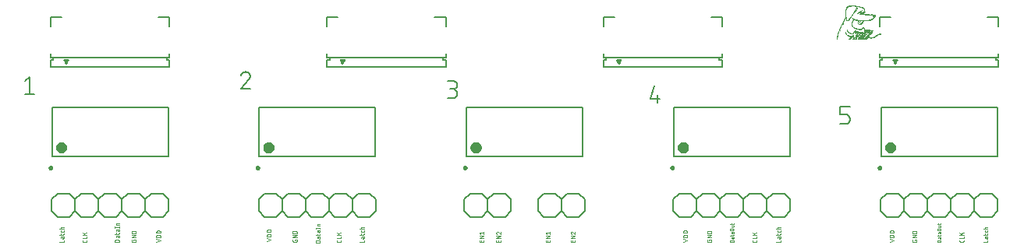
<source format=gbr>
G04 EAGLE Gerber RS-274X export*
G75*
%MOMM*%
%FSLAX34Y34*%
%LPD*%
%INSilkscreen Top*%
%IPPOS*%
%AMOC8*
5,1,8,0,0,1.08239X$1,22.5*%
G01*
%ADD10C,0.050800*%
%ADD11C,0.025400*%
%ADD12C,0.152400*%
%ADD13R,0.080000X0.020000*%
%ADD14R,0.120000X0.020000*%
%ADD15R,0.340000X0.020000*%
%ADD16R,0.100000X0.020000*%
%ADD17R,0.140000X0.020000*%
%ADD18R,0.240000X0.020000*%
%ADD19R,0.440000X0.020000*%
%ADD20R,0.180000X0.020000*%
%ADD21R,0.480000X0.020000*%
%ADD22R,0.320000X0.020000*%
%ADD23R,0.220000X0.020000*%
%ADD24R,0.280000X0.020000*%
%ADD25R,0.360000X0.020000*%
%ADD26R,0.060000X0.020000*%
%ADD27R,0.400000X0.020000*%
%ADD28R,0.260000X0.020000*%
%ADD29R,0.200000X0.020000*%
%ADD30R,0.300000X0.020000*%
%ADD31R,0.160000X0.020000*%
%ADD32R,0.020000X0.020000*%
%ADD33R,0.560000X0.020000*%
%ADD34R,0.040000X0.020000*%
%ADD35R,0.580000X0.020000*%
%ADD36R,0.380000X0.020000*%
%ADD37R,0.460000X0.020000*%
%ADD38R,0.760000X0.020000*%
%ADD39R,0.660000X0.020000*%
%ADD40R,0.620000X0.020000*%
%ADD41R,0.420000X0.020000*%
%ADD42R,0.920000X0.020000*%
%ADD43R,0.600000X0.020000*%
%ADD44R,0.520000X0.020000*%
%ADD45R,1.160000X0.020000*%
%ADD46R,1.420000X0.020000*%
%ADD47R,0.680000X0.020000*%
%ADD48R,0.540000X0.020000*%
%ADD49R,1.020000X0.020000*%
%ADD50R,1.080000X0.020000*%
%ADD51R,0.880000X0.020000*%
%ADD52C,0.150000*%
%ADD53C,0.250000*%
%ADD54C,0.600000*%
%ADD55C,0.203200*%

G36*
X952615Y273001D02*
X952615Y273001D01*
X952715Y273008D01*
X952755Y273023D01*
X952798Y273029D01*
X952888Y273072D01*
X952981Y273106D01*
X953016Y273132D01*
X953055Y273150D01*
X953130Y273216D01*
X953210Y273275D01*
X953233Y273306D01*
X953269Y273337D01*
X953366Y273489D01*
X953408Y273546D01*
X955408Y277546D01*
X955411Y277554D01*
X955416Y277561D01*
X955456Y277689D01*
X955498Y277816D01*
X955499Y277824D01*
X955501Y277832D01*
X955505Y277967D01*
X955510Y278100D01*
X955508Y278108D01*
X955509Y278116D01*
X955475Y278246D01*
X955443Y278376D01*
X955439Y278383D01*
X955437Y278391D01*
X955369Y278506D01*
X955302Y278623D01*
X955296Y278629D01*
X955292Y278636D01*
X955194Y278728D01*
X955098Y278821D01*
X955090Y278824D01*
X955084Y278830D01*
X954965Y278891D01*
X954847Y278954D01*
X954839Y278956D01*
X954831Y278960D01*
X954779Y278968D01*
X954569Y279013D01*
X954531Y279010D01*
X954500Y279015D01*
X950500Y279015D01*
X950492Y279014D01*
X950483Y279015D01*
X950351Y278994D01*
X950219Y278975D01*
X950211Y278972D01*
X950202Y278971D01*
X950081Y278914D01*
X949959Y278859D01*
X949953Y278854D01*
X949945Y278850D01*
X949844Y278762D01*
X949742Y278676D01*
X949737Y278668D01*
X949731Y278663D01*
X949659Y278550D01*
X949585Y278439D01*
X949582Y278431D01*
X949577Y278424D01*
X949539Y278295D01*
X949499Y278168D01*
X949499Y278159D01*
X949496Y278151D01*
X949495Y278017D01*
X949491Y277884D01*
X949494Y277875D01*
X949494Y277867D01*
X949509Y277816D01*
X949563Y277609D01*
X949583Y277576D01*
X949592Y277546D01*
X951592Y273546D01*
X951649Y273464D01*
X951698Y273377D01*
X951729Y273347D01*
X951753Y273312D01*
X951831Y273249D01*
X951902Y273180D01*
X951940Y273159D01*
X951973Y273132D01*
X952065Y273093D01*
X952153Y273046D01*
X952195Y273037D01*
X952235Y273020D01*
X952334Y273008D01*
X952431Y272987D01*
X952474Y272990D01*
X952517Y272985D01*
X952615Y273001D01*
G37*
G36*
X652615Y273001D02*
X652615Y273001D01*
X652715Y273008D01*
X652755Y273023D01*
X652798Y273029D01*
X652888Y273072D01*
X652981Y273106D01*
X653016Y273132D01*
X653055Y273150D01*
X653130Y273216D01*
X653210Y273275D01*
X653233Y273306D01*
X653269Y273337D01*
X653366Y273489D01*
X653408Y273546D01*
X655408Y277546D01*
X655411Y277554D01*
X655416Y277561D01*
X655456Y277689D01*
X655498Y277816D01*
X655499Y277824D01*
X655501Y277832D01*
X655505Y277967D01*
X655510Y278100D01*
X655508Y278108D01*
X655509Y278116D01*
X655475Y278246D01*
X655443Y278376D01*
X655439Y278383D01*
X655437Y278391D01*
X655369Y278506D01*
X655302Y278623D01*
X655296Y278629D01*
X655292Y278636D01*
X655194Y278728D01*
X655098Y278821D01*
X655090Y278824D01*
X655084Y278830D01*
X654965Y278891D01*
X654847Y278954D01*
X654839Y278956D01*
X654831Y278960D01*
X654779Y278968D01*
X654569Y279013D01*
X654531Y279010D01*
X654500Y279015D01*
X650500Y279015D01*
X650492Y279014D01*
X650483Y279015D01*
X650351Y278994D01*
X650219Y278975D01*
X650211Y278972D01*
X650202Y278971D01*
X650081Y278914D01*
X649959Y278859D01*
X649953Y278854D01*
X649945Y278850D01*
X649844Y278762D01*
X649742Y278676D01*
X649737Y278668D01*
X649731Y278663D01*
X649659Y278550D01*
X649585Y278439D01*
X649582Y278431D01*
X649577Y278424D01*
X649539Y278295D01*
X649499Y278168D01*
X649499Y278159D01*
X649496Y278151D01*
X649495Y278017D01*
X649491Y277884D01*
X649494Y277875D01*
X649494Y277867D01*
X649509Y277816D01*
X649563Y277609D01*
X649583Y277576D01*
X649592Y277546D01*
X651592Y273546D01*
X651649Y273464D01*
X651698Y273377D01*
X651729Y273347D01*
X651753Y273312D01*
X651831Y273249D01*
X651902Y273180D01*
X651940Y273159D01*
X651973Y273132D01*
X652065Y273093D01*
X652153Y273046D01*
X652195Y273037D01*
X652235Y273020D01*
X652334Y273008D01*
X652431Y272987D01*
X652474Y272990D01*
X652517Y272985D01*
X652615Y273001D01*
G37*
G36*
X352615Y273001D02*
X352615Y273001D01*
X352715Y273008D01*
X352755Y273023D01*
X352798Y273029D01*
X352888Y273072D01*
X352981Y273106D01*
X353016Y273132D01*
X353055Y273150D01*
X353130Y273216D01*
X353210Y273275D01*
X353233Y273306D01*
X353269Y273337D01*
X353366Y273489D01*
X353408Y273546D01*
X355408Y277546D01*
X355411Y277554D01*
X355416Y277561D01*
X355456Y277689D01*
X355498Y277816D01*
X355499Y277824D01*
X355501Y277832D01*
X355505Y277967D01*
X355510Y278100D01*
X355508Y278108D01*
X355509Y278116D01*
X355475Y278246D01*
X355443Y278376D01*
X355439Y278383D01*
X355437Y278391D01*
X355369Y278506D01*
X355302Y278623D01*
X355296Y278629D01*
X355292Y278636D01*
X355194Y278728D01*
X355098Y278821D01*
X355090Y278824D01*
X355084Y278830D01*
X354965Y278891D01*
X354847Y278954D01*
X354839Y278956D01*
X354831Y278960D01*
X354779Y278968D01*
X354569Y279013D01*
X354531Y279010D01*
X354500Y279015D01*
X350500Y279015D01*
X350492Y279014D01*
X350483Y279015D01*
X350351Y278994D01*
X350219Y278975D01*
X350211Y278972D01*
X350202Y278971D01*
X350081Y278914D01*
X349959Y278859D01*
X349953Y278854D01*
X349945Y278850D01*
X349844Y278762D01*
X349742Y278676D01*
X349737Y278668D01*
X349731Y278663D01*
X349659Y278550D01*
X349585Y278439D01*
X349582Y278431D01*
X349577Y278424D01*
X349539Y278295D01*
X349499Y278168D01*
X349499Y278159D01*
X349496Y278151D01*
X349495Y278017D01*
X349491Y277884D01*
X349494Y277875D01*
X349494Y277867D01*
X349509Y277816D01*
X349563Y277609D01*
X349583Y277576D01*
X349592Y277546D01*
X351592Y273546D01*
X351649Y273464D01*
X351698Y273377D01*
X351729Y273347D01*
X351753Y273312D01*
X351831Y273249D01*
X351902Y273180D01*
X351940Y273159D01*
X351973Y273132D01*
X352065Y273093D01*
X352153Y273046D01*
X352195Y273037D01*
X352235Y273020D01*
X352334Y273008D01*
X352431Y272987D01*
X352474Y272990D01*
X352517Y272985D01*
X352615Y273001D01*
G37*
G36*
X52615Y273001D02*
X52615Y273001D01*
X52715Y273008D01*
X52755Y273023D01*
X52798Y273029D01*
X52888Y273072D01*
X52981Y273106D01*
X53016Y273132D01*
X53055Y273150D01*
X53130Y273216D01*
X53210Y273275D01*
X53233Y273306D01*
X53269Y273337D01*
X53366Y273489D01*
X53408Y273546D01*
X55408Y277546D01*
X55411Y277554D01*
X55416Y277561D01*
X55456Y277689D01*
X55498Y277816D01*
X55499Y277824D01*
X55501Y277832D01*
X55505Y277967D01*
X55510Y278100D01*
X55508Y278108D01*
X55509Y278116D01*
X55475Y278246D01*
X55443Y278376D01*
X55439Y278383D01*
X55437Y278391D01*
X55369Y278506D01*
X55302Y278623D01*
X55296Y278629D01*
X55292Y278636D01*
X55194Y278728D01*
X55098Y278821D01*
X55090Y278824D01*
X55084Y278830D01*
X54965Y278891D01*
X54847Y278954D01*
X54839Y278956D01*
X54831Y278960D01*
X54779Y278968D01*
X54569Y279013D01*
X54531Y279010D01*
X54500Y279015D01*
X50500Y279015D01*
X50492Y279014D01*
X50483Y279015D01*
X50351Y278994D01*
X50219Y278975D01*
X50211Y278972D01*
X50202Y278971D01*
X50081Y278914D01*
X49959Y278859D01*
X49953Y278854D01*
X49945Y278850D01*
X49844Y278762D01*
X49742Y278676D01*
X49737Y278668D01*
X49731Y278663D01*
X49659Y278550D01*
X49585Y278439D01*
X49582Y278431D01*
X49577Y278424D01*
X49539Y278295D01*
X49499Y278168D01*
X49499Y278159D01*
X49496Y278151D01*
X49495Y278017D01*
X49491Y277884D01*
X49494Y277875D01*
X49494Y277867D01*
X49509Y277816D01*
X49563Y277609D01*
X49583Y277576D01*
X49592Y277546D01*
X51592Y273546D01*
X51649Y273464D01*
X51698Y273377D01*
X51729Y273347D01*
X51753Y273312D01*
X51831Y273249D01*
X51902Y273180D01*
X51940Y273159D01*
X51973Y273132D01*
X52065Y273093D01*
X52153Y273046D01*
X52195Y273037D01*
X52235Y273020D01*
X52334Y273008D01*
X52431Y272987D01*
X52474Y272990D01*
X52517Y272985D01*
X52615Y273001D01*
G37*
D10*
X45254Y80254D02*
X49746Y80254D01*
X49746Y82250D01*
X47999Y84791D02*
X47999Y85914D01*
X48000Y84791D02*
X48002Y84733D01*
X48008Y84675D01*
X48017Y84617D01*
X48031Y84560D01*
X48048Y84505D01*
X48069Y84450D01*
X48094Y84397D01*
X48122Y84346D01*
X48153Y84297D01*
X48188Y84250D01*
X48226Y84205D01*
X48266Y84163D01*
X48309Y84124D01*
X48355Y84088D01*
X48403Y84055D01*
X48453Y84025D01*
X48506Y83999D01*
X48559Y83976D01*
X48614Y83957D01*
X48671Y83942D01*
X48728Y83930D01*
X48786Y83922D01*
X48844Y83918D01*
X48902Y83918D01*
X48960Y83922D01*
X49018Y83930D01*
X49075Y83942D01*
X49132Y83957D01*
X49187Y83976D01*
X49240Y83999D01*
X49293Y84025D01*
X49343Y84055D01*
X49391Y84088D01*
X49437Y84124D01*
X49480Y84163D01*
X49520Y84205D01*
X49558Y84250D01*
X49593Y84297D01*
X49624Y84346D01*
X49652Y84397D01*
X49677Y84450D01*
X49698Y84505D01*
X49715Y84560D01*
X49729Y84617D01*
X49738Y84675D01*
X49744Y84733D01*
X49746Y84791D01*
X49746Y85914D01*
X47500Y85914D01*
X47447Y85912D01*
X47393Y85906D01*
X47341Y85897D01*
X47289Y85884D01*
X47238Y85867D01*
X47189Y85846D01*
X47141Y85822D01*
X47095Y85795D01*
X47051Y85765D01*
X47010Y85731D01*
X46970Y85695D01*
X46934Y85655D01*
X46900Y85614D01*
X46870Y85570D01*
X46843Y85524D01*
X46819Y85476D01*
X46798Y85427D01*
X46781Y85376D01*
X46768Y85324D01*
X46759Y85272D01*
X46753Y85218D01*
X46751Y85165D01*
X46751Y84167D01*
X46751Y87602D02*
X46751Y89099D01*
X45254Y88101D02*
X48997Y88101D01*
X48997Y88100D02*
X49050Y88102D01*
X49104Y88108D01*
X49156Y88117D01*
X49208Y88130D01*
X49259Y88147D01*
X49308Y88168D01*
X49356Y88192D01*
X49402Y88219D01*
X49446Y88249D01*
X49488Y88283D01*
X49527Y88319D01*
X49563Y88359D01*
X49597Y88400D01*
X49627Y88444D01*
X49654Y88490D01*
X49678Y88538D01*
X49699Y88587D01*
X49716Y88638D01*
X49729Y88690D01*
X49738Y88742D01*
X49744Y88796D01*
X49746Y88849D01*
X49746Y89099D01*
X49746Y91598D02*
X49746Y92596D01*
X49746Y91598D02*
X49744Y91545D01*
X49738Y91491D01*
X49729Y91439D01*
X49716Y91387D01*
X49699Y91336D01*
X49678Y91287D01*
X49654Y91239D01*
X49627Y91193D01*
X49597Y91149D01*
X49563Y91108D01*
X49527Y91068D01*
X49488Y91032D01*
X49446Y90998D01*
X49402Y90968D01*
X49356Y90941D01*
X49308Y90917D01*
X49259Y90896D01*
X49208Y90879D01*
X49156Y90866D01*
X49104Y90857D01*
X49050Y90851D01*
X48997Y90849D01*
X47500Y90849D01*
X47447Y90851D01*
X47393Y90857D01*
X47341Y90866D01*
X47289Y90879D01*
X47238Y90896D01*
X47189Y90917D01*
X47141Y90941D01*
X47095Y90968D01*
X47051Y90998D01*
X47010Y91032D01*
X46970Y91068D01*
X46934Y91108D01*
X46900Y91149D01*
X46870Y91193D01*
X46843Y91239D01*
X46819Y91287D01*
X46798Y91336D01*
X46781Y91387D01*
X46768Y91439D01*
X46759Y91491D01*
X46753Y91545D01*
X46751Y91598D01*
X46751Y92596D01*
X45254Y94443D02*
X49746Y94443D01*
X46751Y94443D02*
X46751Y95691D01*
X46753Y95744D01*
X46759Y95798D01*
X46768Y95850D01*
X46781Y95902D01*
X46798Y95953D01*
X46819Y96002D01*
X46843Y96050D01*
X46870Y96096D01*
X46900Y96140D01*
X46934Y96181D01*
X46970Y96221D01*
X47009Y96257D01*
X47051Y96291D01*
X47095Y96321D01*
X47141Y96348D01*
X47189Y96372D01*
X47238Y96393D01*
X47289Y96410D01*
X47341Y96423D01*
X47393Y96432D01*
X47447Y96438D01*
X47500Y96440D01*
X49746Y96440D01*
X74746Y82250D02*
X74746Y81252D01*
X74744Y81189D01*
X74738Y81127D01*
X74728Y81065D01*
X74715Y81004D01*
X74697Y80944D01*
X74676Y80885D01*
X74651Y80827D01*
X74623Y80771D01*
X74591Y80717D01*
X74555Y80665D01*
X74517Y80616D01*
X74476Y80569D01*
X74431Y80525D01*
X74384Y80483D01*
X74335Y80445D01*
X74283Y80409D01*
X74229Y80377D01*
X74173Y80349D01*
X74115Y80324D01*
X74056Y80303D01*
X73996Y80285D01*
X73935Y80272D01*
X73873Y80262D01*
X73811Y80256D01*
X73748Y80254D01*
X71252Y80254D01*
X71189Y80256D01*
X71127Y80262D01*
X71065Y80272D01*
X71004Y80285D01*
X70944Y80303D01*
X70885Y80324D01*
X70827Y80349D01*
X70771Y80377D01*
X70717Y80409D01*
X70665Y80445D01*
X70616Y80483D01*
X70569Y80524D01*
X70525Y80569D01*
X70483Y80616D01*
X70445Y80665D01*
X70409Y80717D01*
X70377Y80771D01*
X70349Y80827D01*
X70324Y80885D01*
X70303Y80944D01*
X70285Y81004D01*
X70272Y81065D01*
X70262Y81127D01*
X70256Y81189D01*
X70254Y81252D01*
X70254Y82250D01*
X70254Y84179D02*
X74746Y84179D01*
X74746Y86175D01*
X74746Y88144D02*
X70254Y88144D01*
X70254Y90640D02*
X72999Y88144D01*
X72001Y89143D02*
X74746Y90640D01*
X105254Y80254D02*
X109746Y80254D01*
X105254Y80254D02*
X105254Y81502D01*
X105256Y81570D01*
X105261Y81637D01*
X105270Y81704D01*
X105283Y81770D01*
X105299Y81836D01*
X105319Y81900D01*
X105343Y81964D01*
X105369Y82026D01*
X105399Y82087D01*
X105433Y82145D01*
X105469Y82202D01*
X105508Y82257D01*
X105551Y82310D01*
X105596Y82360D01*
X105644Y82408D01*
X105694Y82453D01*
X105747Y82496D01*
X105802Y82535D01*
X105859Y82571D01*
X105917Y82605D01*
X105978Y82635D01*
X106040Y82661D01*
X106104Y82685D01*
X106168Y82705D01*
X106234Y82721D01*
X106300Y82734D01*
X106367Y82743D01*
X106434Y82748D01*
X106502Y82750D01*
X108498Y82750D01*
X108566Y82748D01*
X108633Y82743D01*
X108700Y82734D01*
X108766Y82721D01*
X108832Y82705D01*
X108896Y82685D01*
X108960Y82661D01*
X109022Y82635D01*
X109083Y82605D01*
X109141Y82571D01*
X109198Y82535D01*
X109253Y82496D01*
X109306Y82453D01*
X109356Y82408D01*
X109404Y82360D01*
X109449Y82310D01*
X109492Y82257D01*
X109531Y82202D01*
X109567Y82145D01*
X109601Y82087D01*
X109631Y82026D01*
X109657Y81964D01*
X109681Y81900D01*
X109701Y81836D01*
X109717Y81770D01*
X109730Y81704D01*
X109739Y81637D01*
X109744Y81570D01*
X109746Y81502D01*
X109746Y80254D01*
X107999Y85701D02*
X107999Y86824D01*
X108000Y85701D02*
X108002Y85643D01*
X108008Y85585D01*
X108017Y85527D01*
X108031Y85470D01*
X108048Y85415D01*
X108069Y85360D01*
X108094Y85307D01*
X108122Y85256D01*
X108153Y85207D01*
X108188Y85160D01*
X108226Y85115D01*
X108266Y85073D01*
X108309Y85034D01*
X108355Y84998D01*
X108403Y84965D01*
X108453Y84935D01*
X108506Y84909D01*
X108559Y84886D01*
X108614Y84867D01*
X108671Y84852D01*
X108728Y84840D01*
X108786Y84832D01*
X108844Y84828D01*
X108902Y84828D01*
X108960Y84832D01*
X109018Y84840D01*
X109075Y84852D01*
X109132Y84867D01*
X109187Y84886D01*
X109240Y84909D01*
X109293Y84935D01*
X109343Y84965D01*
X109391Y84998D01*
X109437Y85034D01*
X109480Y85073D01*
X109520Y85115D01*
X109558Y85160D01*
X109593Y85207D01*
X109624Y85256D01*
X109652Y85307D01*
X109677Y85360D01*
X109698Y85415D01*
X109715Y85470D01*
X109729Y85527D01*
X109738Y85585D01*
X109744Y85643D01*
X109746Y85701D01*
X109746Y86824D01*
X107500Y86824D01*
X107447Y86822D01*
X107393Y86816D01*
X107341Y86807D01*
X107289Y86794D01*
X107238Y86777D01*
X107189Y86756D01*
X107141Y86732D01*
X107095Y86705D01*
X107051Y86675D01*
X107010Y86641D01*
X106970Y86605D01*
X106934Y86565D01*
X106900Y86524D01*
X106870Y86480D01*
X106843Y86434D01*
X106819Y86386D01*
X106798Y86337D01*
X106781Y86286D01*
X106768Y86234D01*
X106759Y86182D01*
X106753Y86128D01*
X106751Y86075D01*
X106751Y85077D01*
X106751Y88512D02*
X106751Y90009D01*
X105254Y89011D02*
X108997Y89011D01*
X109050Y89013D01*
X109104Y89019D01*
X109156Y89028D01*
X109208Y89041D01*
X109259Y89058D01*
X109308Y89079D01*
X109356Y89103D01*
X109402Y89130D01*
X109446Y89160D01*
X109488Y89194D01*
X109527Y89230D01*
X109563Y89270D01*
X109597Y89311D01*
X109627Y89355D01*
X109654Y89401D01*
X109678Y89449D01*
X109699Y89498D01*
X109716Y89549D01*
X109729Y89601D01*
X109738Y89653D01*
X109744Y89707D01*
X109746Y89760D01*
X109746Y90009D01*
X107999Y92601D02*
X107999Y93724D01*
X108000Y92601D02*
X108002Y92543D01*
X108008Y92485D01*
X108017Y92427D01*
X108031Y92370D01*
X108048Y92315D01*
X108069Y92260D01*
X108094Y92207D01*
X108122Y92156D01*
X108153Y92107D01*
X108188Y92060D01*
X108226Y92015D01*
X108266Y91973D01*
X108309Y91934D01*
X108355Y91898D01*
X108403Y91865D01*
X108453Y91835D01*
X108506Y91809D01*
X108559Y91786D01*
X108614Y91767D01*
X108671Y91752D01*
X108728Y91740D01*
X108786Y91732D01*
X108844Y91728D01*
X108902Y91728D01*
X108960Y91732D01*
X109018Y91740D01*
X109075Y91752D01*
X109132Y91767D01*
X109187Y91786D01*
X109240Y91809D01*
X109293Y91835D01*
X109343Y91865D01*
X109391Y91898D01*
X109437Y91934D01*
X109480Y91973D01*
X109520Y92015D01*
X109558Y92060D01*
X109593Y92107D01*
X109624Y92156D01*
X109652Y92207D01*
X109677Y92260D01*
X109698Y92315D01*
X109715Y92370D01*
X109729Y92427D01*
X109738Y92485D01*
X109744Y92543D01*
X109746Y92601D01*
X109746Y93724D01*
X107500Y93724D01*
X107447Y93722D01*
X107393Y93716D01*
X107341Y93707D01*
X107289Y93694D01*
X107238Y93677D01*
X107189Y93656D01*
X107141Y93632D01*
X107095Y93605D01*
X107051Y93575D01*
X107010Y93541D01*
X106970Y93505D01*
X106934Y93465D01*
X106900Y93424D01*
X106870Y93380D01*
X106843Y93334D01*
X106819Y93286D01*
X106798Y93237D01*
X106781Y93186D01*
X106768Y93134D01*
X106759Y93082D01*
X106753Y93028D01*
X106751Y92975D01*
X106751Y91977D01*
X105254Y96202D02*
X109746Y96202D01*
X109746Y95703D02*
X109746Y96701D01*
X105254Y96701D02*
X105254Y95703D01*
X106751Y98653D02*
X109746Y98653D01*
X106751Y98653D02*
X106751Y99901D01*
X106753Y99954D01*
X106759Y100008D01*
X106768Y100060D01*
X106781Y100112D01*
X106798Y100163D01*
X106819Y100212D01*
X106843Y100260D01*
X106870Y100306D01*
X106900Y100350D01*
X106934Y100391D01*
X106970Y100431D01*
X107009Y100467D01*
X107051Y100501D01*
X107095Y100531D01*
X107141Y100558D01*
X107189Y100582D01*
X107238Y100603D01*
X107289Y100620D01*
X107341Y100633D01*
X107393Y100642D01*
X107447Y100648D01*
X107500Y100650D01*
X109746Y100650D01*
X125250Y82750D02*
X125250Y82001D01*
X125250Y82750D02*
X127746Y82750D01*
X127746Y81252D01*
X127744Y81189D01*
X127738Y81127D01*
X127728Y81065D01*
X127715Y81004D01*
X127697Y80944D01*
X127676Y80885D01*
X127651Y80827D01*
X127623Y80771D01*
X127591Y80717D01*
X127555Y80665D01*
X127517Y80616D01*
X127476Y80569D01*
X127431Y80525D01*
X127384Y80483D01*
X127335Y80445D01*
X127283Y80409D01*
X127229Y80377D01*
X127173Y80349D01*
X127115Y80324D01*
X127056Y80303D01*
X126996Y80285D01*
X126935Y80272D01*
X126873Y80262D01*
X126811Y80256D01*
X126748Y80254D01*
X124252Y80254D01*
X124189Y80256D01*
X124127Y80262D01*
X124065Y80272D01*
X124004Y80285D01*
X123944Y80303D01*
X123885Y80324D01*
X123827Y80349D01*
X123771Y80377D01*
X123717Y80409D01*
X123665Y80445D01*
X123616Y80483D01*
X123569Y80524D01*
X123525Y80569D01*
X123483Y80616D01*
X123445Y80665D01*
X123409Y80717D01*
X123377Y80771D01*
X123349Y80827D01*
X123324Y80885D01*
X123303Y80944D01*
X123285Y81004D01*
X123272Y81065D01*
X123262Y81127D01*
X123256Y81189D01*
X123254Y81252D01*
X123254Y82750D01*
X123254Y85054D02*
X127746Y85054D01*
X127746Y87550D02*
X123254Y85054D01*
X123254Y87550D02*
X127746Y87550D01*
X127746Y89854D02*
X123254Y89854D01*
X123254Y91102D01*
X123256Y91170D01*
X123261Y91237D01*
X123270Y91304D01*
X123283Y91370D01*
X123299Y91436D01*
X123319Y91500D01*
X123343Y91564D01*
X123369Y91626D01*
X123399Y91687D01*
X123433Y91745D01*
X123469Y91802D01*
X123508Y91857D01*
X123551Y91910D01*
X123596Y91960D01*
X123644Y92008D01*
X123694Y92053D01*
X123747Y92096D01*
X123802Y92135D01*
X123859Y92171D01*
X123917Y92205D01*
X123978Y92235D01*
X124040Y92261D01*
X124104Y92285D01*
X124168Y92305D01*
X124234Y92321D01*
X124300Y92334D01*
X124367Y92343D01*
X124434Y92348D01*
X124502Y92350D01*
X124502Y92349D02*
X126498Y92349D01*
X126498Y92350D02*
X126566Y92348D01*
X126633Y92343D01*
X126700Y92334D01*
X126766Y92321D01*
X126832Y92305D01*
X126896Y92285D01*
X126960Y92261D01*
X127022Y92235D01*
X127083Y92205D01*
X127141Y92171D01*
X127198Y92135D01*
X127253Y92096D01*
X127306Y92053D01*
X127356Y92008D01*
X127404Y91960D01*
X127449Y91910D01*
X127492Y91857D01*
X127531Y91802D01*
X127567Y91745D01*
X127601Y91687D01*
X127631Y91626D01*
X127657Y91564D01*
X127681Y91500D01*
X127701Y91436D01*
X127717Y91370D01*
X127730Y91304D01*
X127739Y91237D01*
X127744Y91170D01*
X127746Y91102D01*
X127746Y89854D01*
X150254Y80254D02*
X154746Y81751D01*
X150254Y83249D01*
X150254Y85154D02*
X154746Y85154D01*
X150254Y85154D02*
X150254Y86401D01*
X150256Y86469D01*
X150261Y86536D01*
X150270Y86603D01*
X150283Y86669D01*
X150299Y86735D01*
X150319Y86799D01*
X150343Y86863D01*
X150369Y86925D01*
X150399Y86986D01*
X150433Y87044D01*
X150469Y87101D01*
X150508Y87156D01*
X150551Y87209D01*
X150596Y87259D01*
X150644Y87307D01*
X150694Y87352D01*
X150747Y87395D01*
X150802Y87434D01*
X150859Y87470D01*
X150917Y87504D01*
X150978Y87534D01*
X151040Y87560D01*
X151104Y87584D01*
X151168Y87604D01*
X151234Y87620D01*
X151300Y87633D01*
X151367Y87642D01*
X151434Y87647D01*
X151502Y87649D01*
X153498Y87649D01*
X153566Y87647D01*
X153633Y87642D01*
X153700Y87633D01*
X153766Y87620D01*
X153832Y87604D01*
X153896Y87584D01*
X153960Y87560D01*
X154022Y87534D01*
X154083Y87504D01*
X154141Y87470D01*
X154198Y87434D01*
X154253Y87395D01*
X154306Y87352D01*
X154356Y87307D01*
X154404Y87259D01*
X154449Y87209D01*
X154492Y87156D01*
X154531Y87101D01*
X154567Y87044D01*
X154601Y86986D01*
X154631Y86925D01*
X154657Y86863D01*
X154681Y86799D01*
X154701Y86735D01*
X154717Y86669D01*
X154730Y86603D01*
X154739Y86536D01*
X154744Y86469D01*
X154746Y86401D01*
X154746Y85154D01*
X154746Y89954D02*
X150254Y89954D01*
X150254Y91201D01*
X150256Y91269D01*
X150261Y91336D01*
X150270Y91403D01*
X150283Y91469D01*
X150299Y91535D01*
X150319Y91599D01*
X150343Y91663D01*
X150369Y91725D01*
X150399Y91786D01*
X150433Y91844D01*
X150469Y91901D01*
X150508Y91956D01*
X150551Y92009D01*
X150596Y92059D01*
X150644Y92107D01*
X150694Y92152D01*
X150747Y92195D01*
X150802Y92234D01*
X150859Y92270D01*
X150917Y92304D01*
X150978Y92334D01*
X151040Y92360D01*
X151104Y92384D01*
X151168Y92404D01*
X151234Y92420D01*
X151300Y92433D01*
X151367Y92442D01*
X151434Y92447D01*
X151502Y92449D01*
X153498Y92449D01*
X153566Y92447D01*
X153633Y92442D01*
X153700Y92433D01*
X153766Y92420D01*
X153832Y92404D01*
X153896Y92384D01*
X153960Y92360D01*
X154022Y92334D01*
X154083Y92304D01*
X154141Y92270D01*
X154198Y92234D01*
X154253Y92195D01*
X154306Y92152D01*
X154356Y92107D01*
X154404Y92059D01*
X154449Y92009D01*
X154492Y91956D01*
X154531Y91901D01*
X154567Y91844D01*
X154601Y91786D01*
X154631Y91725D01*
X154657Y91663D01*
X154681Y91599D01*
X154701Y91535D01*
X154717Y91469D01*
X154730Y91403D01*
X154739Y91336D01*
X154744Y91269D01*
X154746Y91201D01*
X154746Y89954D01*
X270254Y81254D02*
X274746Y82751D01*
X270254Y84249D01*
X270254Y86154D02*
X274746Y86154D01*
X270254Y86154D02*
X270254Y87401D01*
X270256Y87469D01*
X270261Y87536D01*
X270270Y87603D01*
X270283Y87669D01*
X270299Y87735D01*
X270319Y87799D01*
X270343Y87863D01*
X270369Y87925D01*
X270399Y87986D01*
X270433Y88044D01*
X270469Y88101D01*
X270508Y88156D01*
X270551Y88209D01*
X270596Y88259D01*
X270644Y88307D01*
X270694Y88352D01*
X270747Y88395D01*
X270802Y88434D01*
X270859Y88470D01*
X270917Y88504D01*
X270978Y88534D01*
X271040Y88560D01*
X271104Y88584D01*
X271168Y88604D01*
X271234Y88620D01*
X271300Y88633D01*
X271367Y88642D01*
X271434Y88647D01*
X271502Y88649D01*
X273498Y88649D01*
X273566Y88647D01*
X273633Y88642D01*
X273700Y88633D01*
X273766Y88620D01*
X273832Y88604D01*
X273896Y88584D01*
X273960Y88560D01*
X274022Y88534D01*
X274083Y88504D01*
X274141Y88470D01*
X274198Y88434D01*
X274253Y88395D01*
X274306Y88352D01*
X274356Y88307D01*
X274404Y88259D01*
X274449Y88209D01*
X274492Y88156D01*
X274531Y88101D01*
X274567Y88044D01*
X274601Y87986D01*
X274631Y87925D01*
X274657Y87863D01*
X274681Y87799D01*
X274701Y87735D01*
X274717Y87669D01*
X274730Y87603D01*
X274739Y87536D01*
X274744Y87469D01*
X274746Y87401D01*
X274746Y86154D01*
X274746Y90954D02*
X270254Y90954D01*
X270254Y92201D01*
X270256Y92269D01*
X270261Y92336D01*
X270270Y92403D01*
X270283Y92469D01*
X270299Y92535D01*
X270319Y92599D01*
X270343Y92663D01*
X270369Y92725D01*
X270399Y92786D01*
X270433Y92844D01*
X270469Y92901D01*
X270508Y92956D01*
X270551Y93009D01*
X270596Y93059D01*
X270644Y93107D01*
X270694Y93152D01*
X270747Y93195D01*
X270802Y93234D01*
X270859Y93270D01*
X270917Y93304D01*
X270978Y93334D01*
X271040Y93360D01*
X271104Y93384D01*
X271168Y93404D01*
X271234Y93420D01*
X271300Y93433D01*
X271367Y93442D01*
X271434Y93447D01*
X271502Y93449D01*
X273498Y93449D01*
X273566Y93447D01*
X273633Y93442D01*
X273700Y93433D01*
X273766Y93420D01*
X273832Y93404D01*
X273896Y93384D01*
X273960Y93360D01*
X274022Y93334D01*
X274083Y93304D01*
X274141Y93270D01*
X274198Y93234D01*
X274253Y93195D01*
X274306Y93152D01*
X274356Y93107D01*
X274404Y93059D01*
X274449Y93009D01*
X274492Y92956D01*
X274531Y92901D01*
X274567Y92844D01*
X274601Y92786D01*
X274631Y92725D01*
X274657Y92663D01*
X274681Y92599D01*
X274701Y92535D01*
X274717Y92469D01*
X274730Y92403D01*
X274739Y92336D01*
X274744Y92269D01*
X274746Y92201D01*
X274746Y90954D01*
X300250Y82750D02*
X300250Y82001D01*
X300250Y82750D02*
X302746Y82750D01*
X302746Y81252D01*
X302744Y81189D01*
X302738Y81127D01*
X302728Y81065D01*
X302715Y81004D01*
X302697Y80944D01*
X302676Y80885D01*
X302651Y80827D01*
X302623Y80771D01*
X302591Y80717D01*
X302555Y80665D01*
X302517Y80616D01*
X302476Y80569D01*
X302431Y80525D01*
X302384Y80483D01*
X302335Y80445D01*
X302283Y80409D01*
X302229Y80377D01*
X302173Y80349D01*
X302115Y80324D01*
X302056Y80303D01*
X301996Y80285D01*
X301935Y80272D01*
X301873Y80262D01*
X301811Y80256D01*
X301748Y80254D01*
X299252Y80254D01*
X299189Y80256D01*
X299127Y80262D01*
X299065Y80272D01*
X299004Y80285D01*
X298944Y80303D01*
X298885Y80324D01*
X298827Y80349D01*
X298771Y80377D01*
X298717Y80409D01*
X298665Y80445D01*
X298616Y80483D01*
X298569Y80524D01*
X298525Y80569D01*
X298483Y80616D01*
X298445Y80665D01*
X298409Y80717D01*
X298377Y80771D01*
X298349Y80827D01*
X298324Y80885D01*
X298303Y80944D01*
X298285Y81004D01*
X298272Y81065D01*
X298262Y81127D01*
X298256Y81189D01*
X298254Y81252D01*
X298254Y82750D01*
X298254Y85054D02*
X302746Y85054D01*
X302746Y87550D02*
X298254Y85054D01*
X298254Y87550D02*
X302746Y87550D01*
X302746Y89854D02*
X298254Y89854D01*
X298254Y91102D01*
X298256Y91170D01*
X298261Y91237D01*
X298270Y91304D01*
X298283Y91370D01*
X298299Y91436D01*
X298319Y91500D01*
X298343Y91564D01*
X298369Y91626D01*
X298399Y91687D01*
X298433Y91745D01*
X298469Y91802D01*
X298508Y91857D01*
X298551Y91910D01*
X298596Y91960D01*
X298644Y92008D01*
X298694Y92053D01*
X298747Y92096D01*
X298802Y92135D01*
X298859Y92171D01*
X298917Y92205D01*
X298978Y92235D01*
X299040Y92261D01*
X299104Y92285D01*
X299168Y92305D01*
X299234Y92321D01*
X299300Y92334D01*
X299367Y92343D01*
X299434Y92348D01*
X299502Y92350D01*
X299502Y92349D02*
X301498Y92349D01*
X301498Y92350D02*
X301566Y92348D01*
X301633Y92343D01*
X301700Y92334D01*
X301766Y92321D01*
X301832Y92305D01*
X301896Y92285D01*
X301960Y92261D01*
X302022Y92235D01*
X302083Y92205D01*
X302141Y92171D01*
X302198Y92135D01*
X302253Y92096D01*
X302306Y92053D01*
X302356Y92008D01*
X302404Y91960D01*
X302449Y91910D01*
X302492Y91857D01*
X302531Y91802D01*
X302567Y91745D01*
X302601Y91687D01*
X302631Y91626D01*
X302657Y91564D01*
X302681Y91500D01*
X302701Y91436D01*
X302717Y91370D01*
X302730Y91304D01*
X302739Y91237D01*
X302744Y91170D01*
X302746Y91102D01*
X302746Y89854D01*
X323254Y79254D02*
X327746Y79254D01*
X323254Y79254D02*
X323254Y80502D01*
X323256Y80570D01*
X323261Y80637D01*
X323270Y80704D01*
X323283Y80770D01*
X323299Y80836D01*
X323319Y80900D01*
X323343Y80964D01*
X323369Y81026D01*
X323399Y81087D01*
X323433Y81145D01*
X323469Y81202D01*
X323508Y81257D01*
X323551Y81310D01*
X323596Y81360D01*
X323644Y81408D01*
X323694Y81453D01*
X323747Y81496D01*
X323802Y81535D01*
X323859Y81571D01*
X323917Y81605D01*
X323978Y81635D01*
X324040Y81661D01*
X324104Y81685D01*
X324168Y81705D01*
X324234Y81721D01*
X324300Y81734D01*
X324367Y81743D01*
X324434Y81748D01*
X324502Y81750D01*
X326498Y81750D01*
X326566Y81748D01*
X326633Y81743D01*
X326700Y81734D01*
X326766Y81721D01*
X326832Y81705D01*
X326896Y81685D01*
X326960Y81661D01*
X327022Y81635D01*
X327083Y81605D01*
X327141Y81571D01*
X327198Y81535D01*
X327253Y81496D01*
X327306Y81453D01*
X327356Y81408D01*
X327404Y81360D01*
X327449Y81310D01*
X327492Y81257D01*
X327531Y81202D01*
X327567Y81145D01*
X327601Y81087D01*
X327631Y81026D01*
X327657Y80964D01*
X327681Y80900D01*
X327701Y80836D01*
X327717Y80770D01*
X327730Y80704D01*
X327739Y80637D01*
X327744Y80570D01*
X327746Y80502D01*
X327746Y79254D01*
X325999Y84701D02*
X325999Y85824D01*
X326000Y84701D02*
X326002Y84643D01*
X326008Y84585D01*
X326017Y84527D01*
X326031Y84470D01*
X326048Y84415D01*
X326069Y84360D01*
X326094Y84307D01*
X326122Y84256D01*
X326153Y84207D01*
X326188Y84160D01*
X326226Y84115D01*
X326266Y84073D01*
X326309Y84034D01*
X326355Y83998D01*
X326403Y83965D01*
X326453Y83935D01*
X326506Y83909D01*
X326559Y83886D01*
X326614Y83867D01*
X326671Y83852D01*
X326728Y83840D01*
X326786Y83832D01*
X326844Y83828D01*
X326902Y83828D01*
X326960Y83832D01*
X327018Y83840D01*
X327075Y83852D01*
X327132Y83867D01*
X327187Y83886D01*
X327240Y83909D01*
X327293Y83935D01*
X327343Y83965D01*
X327391Y83998D01*
X327437Y84034D01*
X327480Y84073D01*
X327520Y84115D01*
X327558Y84160D01*
X327593Y84207D01*
X327624Y84256D01*
X327652Y84307D01*
X327677Y84360D01*
X327698Y84415D01*
X327715Y84470D01*
X327729Y84527D01*
X327738Y84585D01*
X327744Y84643D01*
X327746Y84701D01*
X327746Y85824D01*
X325500Y85824D01*
X325447Y85822D01*
X325393Y85816D01*
X325341Y85807D01*
X325289Y85794D01*
X325238Y85777D01*
X325189Y85756D01*
X325141Y85732D01*
X325095Y85705D01*
X325051Y85675D01*
X325010Y85641D01*
X324970Y85605D01*
X324934Y85565D01*
X324900Y85524D01*
X324870Y85480D01*
X324843Y85434D01*
X324819Y85386D01*
X324798Y85337D01*
X324781Y85286D01*
X324768Y85234D01*
X324759Y85182D01*
X324753Y85128D01*
X324751Y85075D01*
X324751Y84077D01*
X324751Y87512D02*
X324751Y89009D01*
X323254Y88011D02*
X326997Y88011D01*
X327050Y88013D01*
X327104Y88019D01*
X327156Y88028D01*
X327208Y88041D01*
X327259Y88058D01*
X327308Y88079D01*
X327356Y88103D01*
X327402Y88130D01*
X327446Y88160D01*
X327488Y88194D01*
X327527Y88230D01*
X327563Y88270D01*
X327597Y88311D01*
X327627Y88355D01*
X327654Y88401D01*
X327678Y88449D01*
X327699Y88498D01*
X327716Y88549D01*
X327729Y88601D01*
X327738Y88653D01*
X327744Y88707D01*
X327746Y88760D01*
X327746Y89009D01*
X325999Y91601D02*
X325999Y92724D01*
X326000Y91601D02*
X326002Y91543D01*
X326008Y91485D01*
X326017Y91427D01*
X326031Y91370D01*
X326048Y91315D01*
X326069Y91260D01*
X326094Y91207D01*
X326122Y91156D01*
X326153Y91107D01*
X326188Y91060D01*
X326226Y91015D01*
X326266Y90973D01*
X326309Y90934D01*
X326355Y90898D01*
X326403Y90865D01*
X326453Y90835D01*
X326506Y90809D01*
X326559Y90786D01*
X326614Y90767D01*
X326671Y90752D01*
X326728Y90740D01*
X326786Y90732D01*
X326844Y90728D01*
X326902Y90728D01*
X326960Y90732D01*
X327018Y90740D01*
X327075Y90752D01*
X327132Y90767D01*
X327187Y90786D01*
X327240Y90809D01*
X327293Y90835D01*
X327343Y90865D01*
X327391Y90898D01*
X327437Y90934D01*
X327480Y90973D01*
X327520Y91015D01*
X327558Y91060D01*
X327593Y91107D01*
X327624Y91156D01*
X327652Y91207D01*
X327677Y91260D01*
X327698Y91315D01*
X327715Y91370D01*
X327729Y91427D01*
X327738Y91485D01*
X327744Y91543D01*
X327746Y91601D01*
X327746Y92724D01*
X325500Y92724D01*
X325447Y92722D01*
X325393Y92716D01*
X325341Y92707D01*
X325289Y92694D01*
X325238Y92677D01*
X325189Y92656D01*
X325141Y92632D01*
X325095Y92605D01*
X325051Y92575D01*
X325010Y92541D01*
X324970Y92505D01*
X324934Y92465D01*
X324900Y92424D01*
X324870Y92380D01*
X324843Y92334D01*
X324819Y92286D01*
X324798Y92237D01*
X324781Y92186D01*
X324768Y92134D01*
X324759Y92082D01*
X324753Y92028D01*
X324751Y91975D01*
X324751Y90977D01*
X323254Y95202D02*
X327746Y95202D01*
X327746Y94703D02*
X327746Y95701D01*
X323254Y95701D02*
X323254Y94703D01*
X324751Y97653D02*
X327746Y97653D01*
X324751Y97653D02*
X324751Y98901D01*
X324753Y98954D01*
X324759Y99008D01*
X324768Y99060D01*
X324781Y99112D01*
X324798Y99163D01*
X324819Y99212D01*
X324843Y99260D01*
X324870Y99306D01*
X324900Y99350D01*
X324934Y99391D01*
X324970Y99431D01*
X325009Y99467D01*
X325051Y99501D01*
X325095Y99531D01*
X325141Y99558D01*
X325189Y99582D01*
X325238Y99603D01*
X325289Y99620D01*
X325341Y99633D01*
X325393Y99642D01*
X325447Y99648D01*
X325500Y99650D01*
X327746Y99650D01*
X350746Y82250D02*
X350746Y81252D01*
X350744Y81189D01*
X350738Y81127D01*
X350728Y81065D01*
X350715Y81004D01*
X350697Y80944D01*
X350676Y80885D01*
X350651Y80827D01*
X350623Y80771D01*
X350591Y80717D01*
X350555Y80665D01*
X350517Y80616D01*
X350476Y80569D01*
X350431Y80525D01*
X350384Y80483D01*
X350335Y80445D01*
X350283Y80409D01*
X350229Y80377D01*
X350173Y80349D01*
X350115Y80324D01*
X350056Y80303D01*
X349996Y80285D01*
X349935Y80272D01*
X349873Y80262D01*
X349811Y80256D01*
X349748Y80254D01*
X347252Y80254D01*
X347189Y80256D01*
X347127Y80262D01*
X347065Y80272D01*
X347004Y80285D01*
X346944Y80303D01*
X346885Y80324D01*
X346827Y80349D01*
X346771Y80377D01*
X346717Y80409D01*
X346665Y80445D01*
X346616Y80483D01*
X346569Y80524D01*
X346525Y80569D01*
X346483Y80616D01*
X346445Y80665D01*
X346409Y80717D01*
X346377Y80771D01*
X346349Y80827D01*
X346324Y80885D01*
X346303Y80944D01*
X346285Y81004D01*
X346272Y81065D01*
X346262Y81127D01*
X346256Y81189D01*
X346254Y81252D01*
X346254Y82250D01*
X346254Y84179D02*
X350746Y84179D01*
X350746Y86175D01*
X350746Y88144D02*
X346254Y88144D01*
X346254Y90640D02*
X348999Y88144D01*
X348001Y89143D02*
X350746Y90640D01*
X371254Y80254D02*
X375746Y80254D01*
X375746Y82250D01*
X373999Y84791D02*
X373999Y85914D01*
X374000Y84791D02*
X374002Y84733D01*
X374008Y84675D01*
X374017Y84617D01*
X374031Y84560D01*
X374048Y84505D01*
X374069Y84450D01*
X374094Y84397D01*
X374122Y84346D01*
X374153Y84297D01*
X374188Y84250D01*
X374226Y84205D01*
X374266Y84163D01*
X374309Y84124D01*
X374355Y84088D01*
X374403Y84055D01*
X374453Y84025D01*
X374506Y83999D01*
X374559Y83976D01*
X374614Y83957D01*
X374671Y83942D01*
X374728Y83930D01*
X374786Y83922D01*
X374844Y83918D01*
X374902Y83918D01*
X374960Y83922D01*
X375018Y83930D01*
X375075Y83942D01*
X375132Y83957D01*
X375187Y83976D01*
X375240Y83999D01*
X375293Y84025D01*
X375343Y84055D01*
X375391Y84088D01*
X375437Y84124D01*
X375480Y84163D01*
X375520Y84205D01*
X375558Y84250D01*
X375593Y84297D01*
X375624Y84346D01*
X375652Y84397D01*
X375677Y84450D01*
X375698Y84505D01*
X375715Y84560D01*
X375729Y84617D01*
X375738Y84675D01*
X375744Y84733D01*
X375746Y84791D01*
X375746Y85914D01*
X373500Y85914D01*
X373447Y85912D01*
X373393Y85906D01*
X373341Y85897D01*
X373289Y85884D01*
X373238Y85867D01*
X373189Y85846D01*
X373141Y85822D01*
X373095Y85795D01*
X373051Y85765D01*
X373010Y85731D01*
X372970Y85695D01*
X372934Y85655D01*
X372900Y85614D01*
X372870Y85570D01*
X372843Y85524D01*
X372819Y85476D01*
X372798Y85427D01*
X372781Y85376D01*
X372768Y85324D01*
X372759Y85272D01*
X372753Y85218D01*
X372751Y85165D01*
X372751Y84167D01*
X372751Y87602D02*
X372751Y89099D01*
X371254Y88101D02*
X374997Y88101D01*
X374997Y88100D02*
X375050Y88102D01*
X375104Y88108D01*
X375156Y88117D01*
X375208Y88130D01*
X375259Y88147D01*
X375308Y88168D01*
X375356Y88192D01*
X375402Y88219D01*
X375446Y88249D01*
X375488Y88283D01*
X375527Y88319D01*
X375563Y88359D01*
X375597Y88400D01*
X375627Y88444D01*
X375654Y88490D01*
X375678Y88538D01*
X375699Y88587D01*
X375716Y88638D01*
X375729Y88690D01*
X375738Y88742D01*
X375744Y88796D01*
X375746Y88849D01*
X375746Y89099D01*
X375746Y91598D02*
X375746Y92596D01*
X375746Y91598D02*
X375744Y91545D01*
X375738Y91491D01*
X375729Y91439D01*
X375716Y91387D01*
X375699Y91336D01*
X375678Y91287D01*
X375654Y91239D01*
X375627Y91193D01*
X375597Y91149D01*
X375563Y91108D01*
X375527Y91068D01*
X375488Y91032D01*
X375446Y90998D01*
X375402Y90968D01*
X375356Y90941D01*
X375308Y90917D01*
X375259Y90896D01*
X375208Y90879D01*
X375156Y90866D01*
X375104Y90857D01*
X375050Y90851D01*
X374997Y90849D01*
X373500Y90849D01*
X373447Y90851D01*
X373393Y90857D01*
X373341Y90866D01*
X373289Y90879D01*
X373238Y90896D01*
X373189Y90917D01*
X373141Y90941D01*
X373095Y90968D01*
X373051Y90998D01*
X373010Y91032D01*
X372970Y91068D01*
X372934Y91108D01*
X372900Y91149D01*
X372870Y91193D01*
X372843Y91239D01*
X372819Y91287D01*
X372798Y91336D01*
X372781Y91387D01*
X372768Y91439D01*
X372759Y91491D01*
X372753Y91545D01*
X372751Y91598D01*
X372751Y92596D01*
X371254Y94443D02*
X375746Y94443D01*
X372751Y94443D02*
X372751Y95691D01*
X372753Y95744D01*
X372759Y95798D01*
X372768Y95850D01*
X372781Y95902D01*
X372798Y95953D01*
X372819Y96002D01*
X372843Y96050D01*
X372870Y96096D01*
X372900Y96140D01*
X372934Y96181D01*
X372970Y96221D01*
X373009Y96257D01*
X373051Y96291D01*
X373095Y96321D01*
X373141Y96348D01*
X373189Y96372D01*
X373238Y96393D01*
X373289Y96410D01*
X373341Y96423D01*
X373393Y96432D01*
X373447Y96438D01*
X373500Y96440D01*
X375746Y96440D01*
X823254Y80254D02*
X827746Y80254D01*
X827746Y82250D01*
X825999Y84791D02*
X825999Y85914D01*
X826000Y84791D02*
X826002Y84733D01*
X826008Y84675D01*
X826017Y84617D01*
X826031Y84560D01*
X826048Y84505D01*
X826069Y84450D01*
X826094Y84397D01*
X826122Y84346D01*
X826153Y84297D01*
X826188Y84250D01*
X826226Y84205D01*
X826266Y84163D01*
X826309Y84124D01*
X826355Y84088D01*
X826403Y84055D01*
X826453Y84025D01*
X826506Y83999D01*
X826559Y83976D01*
X826614Y83957D01*
X826671Y83942D01*
X826728Y83930D01*
X826786Y83922D01*
X826844Y83918D01*
X826902Y83918D01*
X826960Y83922D01*
X827018Y83930D01*
X827075Y83942D01*
X827132Y83957D01*
X827187Y83976D01*
X827240Y83999D01*
X827293Y84025D01*
X827343Y84055D01*
X827391Y84088D01*
X827437Y84124D01*
X827480Y84163D01*
X827520Y84205D01*
X827558Y84250D01*
X827593Y84297D01*
X827624Y84346D01*
X827652Y84397D01*
X827677Y84450D01*
X827698Y84505D01*
X827715Y84560D01*
X827729Y84617D01*
X827738Y84675D01*
X827744Y84733D01*
X827746Y84791D01*
X827746Y85914D01*
X825500Y85914D01*
X825447Y85912D01*
X825393Y85906D01*
X825341Y85897D01*
X825289Y85884D01*
X825238Y85867D01*
X825189Y85846D01*
X825141Y85822D01*
X825095Y85795D01*
X825051Y85765D01*
X825010Y85731D01*
X824970Y85695D01*
X824934Y85655D01*
X824900Y85614D01*
X824870Y85570D01*
X824843Y85524D01*
X824819Y85476D01*
X824798Y85427D01*
X824781Y85376D01*
X824768Y85324D01*
X824759Y85272D01*
X824753Y85218D01*
X824751Y85165D01*
X824751Y84167D01*
X824751Y87602D02*
X824751Y89099D01*
X823254Y88101D02*
X826997Y88101D01*
X826997Y88100D02*
X827050Y88102D01*
X827104Y88108D01*
X827156Y88117D01*
X827208Y88130D01*
X827259Y88147D01*
X827308Y88168D01*
X827356Y88192D01*
X827402Y88219D01*
X827446Y88249D01*
X827488Y88283D01*
X827527Y88319D01*
X827563Y88359D01*
X827597Y88400D01*
X827627Y88444D01*
X827654Y88490D01*
X827678Y88538D01*
X827699Y88587D01*
X827716Y88638D01*
X827729Y88690D01*
X827738Y88742D01*
X827744Y88796D01*
X827746Y88849D01*
X827746Y89099D01*
X827746Y91598D02*
X827746Y92596D01*
X827746Y91598D02*
X827744Y91545D01*
X827738Y91491D01*
X827729Y91439D01*
X827716Y91387D01*
X827699Y91336D01*
X827678Y91287D01*
X827654Y91239D01*
X827627Y91193D01*
X827597Y91149D01*
X827563Y91108D01*
X827527Y91068D01*
X827488Y91032D01*
X827446Y90998D01*
X827402Y90968D01*
X827356Y90941D01*
X827308Y90917D01*
X827259Y90896D01*
X827208Y90879D01*
X827156Y90866D01*
X827104Y90857D01*
X827050Y90851D01*
X826997Y90849D01*
X825500Y90849D01*
X825447Y90851D01*
X825393Y90857D01*
X825341Y90866D01*
X825289Y90879D01*
X825238Y90896D01*
X825189Y90917D01*
X825141Y90941D01*
X825095Y90968D01*
X825051Y90998D01*
X825010Y91032D01*
X824970Y91068D01*
X824934Y91108D01*
X824900Y91149D01*
X824870Y91193D01*
X824843Y91239D01*
X824819Y91287D01*
X824798Y91336D01*
X824781Y91387D01*
X824768Y91439D01*
X824759Y91491D01*
X824753Y91545D01*
X824751Y91598D01*
X824751Y92596D01*
X823254Y94443D02*
X827746Y94443D01*
X824751Y94443D02*
X824751Y95691D01*
X824753Y95744D01*
X824759Y95798D01*
X824768Y95850D01*
X824781Y95902D01*
X824798Y95953D01*
X824819Y96002D01*
X824843Y96050D01*
X824870Y96096D01*
X824900Y96140D01*
X824934Y96181D01*
X824970Y96221D01*
X825009Y96257D01*
X825051Y96291D01*
X825095Y96321D01*
X825141Y96348D01*
X825189Y96372D01*
X825238Y96393D01*
X825289Y96410D01*
X825341Y96423D01*
X825393Y96432D01*
X825447Y96438D01*
X825500Y96440D01*
X827746Y96440D01*
X801746Y82250D02*
X801746Y81252D01*
X801744Y81189D01*
X801738Y81127D01*
X801728Y81065D01*
X801715Y81004D01*
X801697Y80944D01*
X801676Y80885D01*
X801651Y80827D01*
X801623Y80771D01*
X801591Y80717D01*
X801555Y80665D01*
X801517Y80616D01*
X801476Y80569D01*
X801431Y80525D01*
X801384Y80483D01*
X801335Y80445D01*
X801283Y80409D01*
X801229Y80377D01*
X801173Y80349D01*
X801115Y80324D01*
X801056Y80303D01*
X800996Y80285D01*
X800935Y80272D01*
X800873Y80262D01*
X800811Y80256D01*
X800748Y80254D01*
X798252Y80254D01*
X798189Y80256D01*
X798127Y80262D01*
X798065Y80272D01*
X798004Y80285D01*
X797944Y80303D01*
X797885Y80324D01*
X797827Y80349D01*
X797771Y80377D01*
X797717Y80409D01*
X797665Y80445D01*
X797616Y80483D01*
X797569Y80524D01*
X797525Y80569D01*
X797483Y80616D01*
X797445Y80665D01*
X797409Y80717D01*
X797377Y80771D01*
X797349Y80827D01*
X797324Y80885D01*
X797303Y80944D01*
X797285Y81004D01*
X797272Y81065D01*
X797262Y81127D01*
X797256Y81189D01*
X797254Y81252D01*
X797254Y82250D01*
X797254Y84179D02*
X801746Y84179D01*
X801746Y86175D01*
X801746Y88144D02*
X797254Y88144D01*
X797254Y90640D02*
X799999Y88144D01*
X799001Y89143D02*
X801746Y90640D01*
D11*
X776873Y80127D02*
X773127Y80127D01*
X773127Y81168D01*
X773129Y81231D01*
X773135Y81293D01*
X773144Y81356D01*
X773157Y81417D01*
X773174Y81478D01*
X773195Y81537D01*
X773219Y81595D01*
X773246Y81652D01*
X773277Y81707D01*
X773311Y81759D01*
X773349Y81810D01*
X773389Y81858D01*
X773432Y81904D01*
X773478Y81947D01*
X773526Y81987D01*
X773577Y82025D01*
X773629Y82059D01*
X773684Y82090D01*
X773741Y82117D01*
X773799Y82141D01*
X773858Y82162D01*
X773919Y82179D01*
X773980Y82192D01*
X774043Y82201D01*
X774105Y82207D01*
X774168Y82209D01*
X774168Y82208D02*
X775832Y82208D01*
X775832Y82209D02*
X775895Y82207D01*
X775957Y82201D01*
X776020Y82192D01*
X776081Y82179D01*
X776142Y82162D01*
X776201Y82141D01*
X776259Y82117D01*
X776316Y82090D01*
X776371Y82059D01*
X776423Y82025D01*
X776474Y81987D01*
X776522Y81947D01*
X776568Y81904D01*
X776611Y81858D01*
X776651Y81810D01*
X776689Y81759D01*
X776723Y81707D01*
X776754Y81652D01*
X776781Y81595D01*
X776805Y81537D01*
X776826Y81478D01*
X776843Y81417D01*
X776856Y81356D01*
X776865Y81293D01*
X776871Y81231D01*
X776873Y81168D01*
X776873Y80127D01*
X775416Y84527D02*
X775416Y85463D01*
X775417Y84527D02*
X775419Y84474D01*
X775425Y84421D01*
X775434Y84369D01*
X775448Y84317D01*
X775465Y84267D01*
X775486Y84218D01*
X775510Y84171D01*
X775538Y84125D01*
X775569Y84082D01*
X775603Y84041D01*
X775640Y84003D01*
X775679Y83967D01*
X775721Y83935D01*
X775766Y83906D01*
X775812Y83880D01*
X775860Y83857D01*
X775910Y83838D01*
X775961Y83823D01*
X776013Y83811D01*
X776065Y83803D01*
X776118Y83799D01*
X776172Y83799D01*
X776225Y83803D01*
X776277Y83811D01*
X776329Y83823D01*
X776380Y83838D01*
X776430Y83857D01*
X776478Y83880D01*
X776524Y83906D01*
X776569Y83935D01*
X776611Y83967D01*
X776650Y84003D01*
X776687Y84041D01*
X776721Y84082D01*
X776752Y84125D01*
X776780Y84171D01*
X776804Y84218D01*
X776825Y84267D01*
X776842Y84317D01*
X776856Y84369D01*
X776865Y84421D01*
X776871Y84474D01*
X776873Y84527D01*
X776873Y85463D01*
X775000Y85463D01*
X774951Y85461D01*
X774902Y85455D01*
X774854Y85446D01*
X774807Y85432D01*
X774761Y85416D01*
X774717Y85395D01*
X774674Y85371D01*
X774633Y85344D01*
X774595Y85313D01*
X774559Y85280D01*
X774526Y85244D01*
X774495Y85206D01*
X774468Y85165D01*
X774444Y85122D01*
X774423Y85078D01*
X774407Y85032D01*
X774393Y84985D01*
X774384Y84937D01*
X774378Y84888D01*
X774376Y84839D01*
X774376Y84007D01*
X774376Y86757D02*
X774376Y88006D01*
X773127Y87173D02*
X776249Y87173D01*
X776249Y87174D02*
X776298Y87176D01*
X776347Y87182D01*
X776395Y87191D01*
X776442Y87205D01*
X776488Y87221D01*
X776532Y87242D01*
X776575Y87266D01*
X776616Y87293D01*
X776654Y87324D01*
X776690Y87357D01*
X776723Y87393D01*
X776754Y87431D01*
X776781Y87472D01*
X776805Y87515D01*
X776826Y87559D01*
X776842Y87605D01*
X776856Y87652D01*
X776865Y87700D01*
X776871Y87749D01*
X776873Y87798D01*
X776873Y88006D01*
X775416Y90047D02*
X775416Y90983D01*
X775417Y90047D02*
X775419Y89994D01*
X775425Y89941D01*
X775434Y89889D01*
X775448Y89837D01*
X775465Y89787D01*
X775486Y89738D01*
X775510Y89691D01*
X775538Y89645D01*
X775569Y89602D01*
X775603Y89561D01*
X775640Y89523D01*
X775679Y89487D01*
X775721Y89455D01*
X775766Y89426D01*
X775812Y89400D01*
X775860Y89377D01*
X775910Y89358D01*
X775961Y89343D01*
X776013Y89331D01*
X776065Y89323D01*
X776118Y89319D01*
X776172Y89319D01*
X776225Y89323D01*
X776277Y89331D01*
X776329Y89343D01*
X776380Y89358D01*
X776430Y89377D01*
X776478Y89400D01*
X776524Y89426D01*
X776569Y89455D01*
X776611Y89487D01*
X776650Y89523D01*
X776687Y89561D01*
X776721Y89602D01*
X776752Y89645D01*
X776780Y89691D01*
X776804Y89738D01*
X776825Y89787D01*
X776842Y89837D01*
X776856Y89889D01*
X776865Y89941D01*
X776871Y89994D01*
X776873Y90047D01*
X776873Y90983D01*
X775000Y90983D01*
X774951Y90981D01*
X774902Y90975D01*
X774854Y90966D01*
X774807Y90952D01*
X774761Y90936D01*
X774717Y90915D01*
X774674Y90891D01*
X774633Y90864D01*
X774595Y90833D01*
X774559Y90800D01*
X774526Y90764D01*
X774495Y90726D01*
X774468Y90685D01*
X774444Y90642D01*
X774423Y90598D01*
X774407Y90552D01*
X774393Y90505D01*
X774384Y90457D01*
X774378Y90408D01*
X774376Y90359D01*
X774376Y89526D01*
X774168Y92607D02*
X775832Y92607D01*
X774168Y92606D02*
X774105Y92608D01*
X774043Y92614D01*
X773980Y92623D01*
X773919Y92636D01*
X773858Y92653D01*
X773799Y92674D01*
X773741Y92698D01*
X773684Y92725D01*
X773629Y92756D01*
X773577Y92790D01*
X773526Y92828D01*
X773478Y92868D01*
X773432Y92911D01*
X773389Y92957D01*
X773349Y93005D01*
X773311Y93056D01*
X773277Y93108D01*
X773246Y93163D01*
X773219Y93220D01*
X773195Y93278D01*
X773174Y93337D01*
X773157Y93398D01*
X773144Y93459D01*
X773135Y93522D01*
X773129Y93584D01*
X773127Y93647D01*
X773129Y93710D01*
X773135Y93772D01*
X773144Y93835D01*
X773157Y93896D01*
X773174Y93957D01*
X773195Y94016D01*
X773219Y94074D01*
X773246Y94131D01*
X773277Y94186D01*
X773311Y94238D01*
X773349Y94289D01*
X773389Y94337D01*
X773432Y94383D01*
X773478Y94426D01*
X773526Y94466D01*
X773577Y94504D01*
X773629Y94538D01*
X773684Y94569D01*
X773741Y94596D01*
X773799Y94620D01*
X773858Y94641D01*
X773919Y94658D01*
X773980Y94671D01*
X774043Y94680D01*
X774105Y94686D01*
X774168Y94688D01*
X775832Y94688D01*
X775895Y94686D01*
X775957Y94680D01*
X776020Y94671D01*
X776081Y94658D01*
X776142Y94641D01*
X776201Y94620D01*
X776259Y94596D01*
X776316Y94569D01*
X776371Y94538D01*
X776423Y94504D01*
X776474Y94466D01*
X776522Y94426D01*
X776568Y94383D01*
X776611Y94337D01*
X776651Y94289D01*
X776689Y94238D01*
X776723Y94186D01*
X776754Y94131D01*
X776781Y94074D01*
X776805Y94016D01*
X776826Y93957D01*
X776843Y93896D01*
X776856Y93835D01*
X776865Y93772D01*
X776871Y93710D01*
X776873Y93647D01*
X776871Y93584D01*
X776865Y93522D01*
X776856Y93459D01*
X776843Y93398D01*
X776826Y93337D01*
X776805Y93278D01*
X776781Y93220D01*
X776754Y93163D01*
X776723Y93108D01*
X776689Y93056D01*
X776651Y93005D01*
X776611Y92957D01*
X776568Y92911D01*
X776522Y92868D01*
X776474Y92828D01*
X776423Y92790D01*
X776371Y92756D01*
X776316Y92725D01*
X776259Y92698D01*
X776201Y92674D01*
X776142Y92653D01*
X776081Y92636D01*
X776020Y92623D01*
X775957Y92614D01*
X775895Y92608D01*
X775832Y92606D01*
X776249Y96295D02*
X774376Y96295D01*
X776249Y96295D02*
X776298Y96297D01*
X776347Y96303D01*
X776395Y96312D01*
X776442Y96326D01*
X776488Y96342D01*
X776532Y96363D01*
X776575Y96387D01*
X776616Y96414D01*
X776654Y96445D01*
X776690Y96478D01*
X776723Y96514D01*
X776754Y96552D01*
X776781Y96593D01*
X776805Y96636D01*
X776826Y96680D01*
X776842Y96726D01*
X776856Y96773D01*
X776865Y96821D01*
X776871Y96870D01*
X776873Y96919D01*
X776873Y97960D01*
X774376Y97960D01*
X774376Y99237D02*
X774376Y100486D01*
X773127Y99653D02*
X776249Y99653D01*
X776249Y99654D02*
X776298Y99656D01*
X776347Y99662D01*
X776395Y99671D01*
X776442Y99685D01*
X776488Y99701D01*
X776532Y99722D01*
X776575Y99746D01*
X776616Y99773D01*
X776654Y99804D01*
X776690Y99837D01*
X776723Y99873D01*
X776754Y99911D01*
X776781Y99952D01*
X776805Y99995D01*
X776826Y100039D01*
X776842Y100085D01*
X776856Y100132D01*
X776865Y100180D01*
X776871Y100229D01*
X776873Y100278D01*
X776873Y100486D01*
D10*
X750250Y82750D02*
X750250Y82001D01*
X750250Y82750D02*
X752746Y82750D01*
X752746Y81252D01*
X752744Y81189D01*
X752738Y81127D01*
X752728Y81065D01*
X752715Y81004D01*
X752697Y80944D01*
X752676Y80885D01*
X752651Y80827D01*
X752623Y80771D01*
X752591Y80717D01*
X752555Y80665D01*
X752517Y80616D01*
X752476Y80569D01*
X752431Y80525D01*
X752384Y80483D01*
X752335Y80445D01*
X752283Y80409D01*
X752229Y80377D01*
X752173Y80349D01*
X752115Y80324D01*
X752056Y80303D01*
X751996Y80285D01*
X751935Y80272D01*
X751873Y80262D01*
X751811Y80256D01*
X751748Y80254D01*
X749252Y80254D01*
X749189Y80256D01*
X749127Y80262D01*
X749065Y80272D01*
X749004Y80285D01*
X748944Y80303D01*
X748885Y80324D01*
X748827Y80349D01*
X748771Y80377D01*
X748717Y80409D01*
X748665Y80445D01*
X748616Y80483D01*
X748569Y80524D01*
X748525Y80569D01*
X748483Y80616D01*
X748445Y80665D01*
X748409Y80717D01*
X748377Y80771D01*
X748349Y80827D01*
X748324Y80885D01*
X748303Y80944D01*
X748285Y81004D01*
X748272Y81065D01*
X748262Y81127D01*
X748256Y81189D01*
X748254Y81252D01*
X748254Y82750D01*
X748254Y85054D02*
X752746Y85054D01*
X752746Y87550D02*
X748254Y85054D01*
X748254Y87550D02*
X752746Y87550D01*
X752746Y89854D02*
X748254Y89854D01*
X748254Y91102D01*
X748256Y91170D01*
X748261Y91237D01*
X748270Y91304D01*
X748283Y91370D01*
X748299Y91436D01*
X748319Y91500D01*
X748343Y91564D01*
X748369Y91626D01*
X748399Y91687D01*
X748433Y91745D01*
X748469Y91802D01*
X748508Y91857D01*
X748551Y91910D01*
X748596Y91960D01*
X748644Y92008D01*
X748694Y92053D01*
X748747Y92096D01*
X748802Y92135D01*
X748859Y92171D01*
X748917Y92205D01*
X748978Y92235D01*
X749040Y92261D01*
X749104Y92285D01*
X749168Y92305D01*
X749234Y92321D01*
X749300Y92334D01*
X749367Y92343D01*
X749434Y92348D01*
X749502Y92350D01*
X749502Y92349D02*
X751498Y92349D01*
X751498Y92350D02*
X751566Y92348D01*
X751633Y92343D01*
X751700Y92334D01*
X751766Y92321D01*
X751832Y92305D01*
X751896Y92285D01*
X751960Y92261D01*
X752022Y92235D01*
X752083Y92205D01*
X752141Y92171D01*
X752198Y92135D01*
X752253Y92096D01*
X752306Y92053D01*
X752356Y92008D01*
X752404Y91960D01*
X752449Y91910D01*
X752492Y91857D01*
X752531Y91802D01*
X752567Y91745D01*
X752601Y91687D01*
X752631Y91626D01*
X752657Y91564D01*
X752681Y91500D01*
X752701Y91436D01*
X752717Y91370D01*
X752730Y91304D01*
X752739Y91237D01*
X752744Y91170D01*
X752746Y91102D01*
X752746Y89854D01*
X726746Y81751D02*
X722254Y80254D01*
X722254Y83249D02*
X726746Y81751D01*
X726746Y85154D02*
X722254Y85154D01*
X722254Y86401D01*
X722256Y86469D01*
X722261Y86536D01*
X722270Y86603D01*
X722283Y86669D01*
X722299Y86735D01*
X722319Y86799D01*
X722343Y86863D01*
X722369Y86925D01*
X722399Y86986D01*
X722433Y87044D01*
X722469Y87101D01*
X722508Y87156D01*
X722551Y87209D01*
X722596Y87259D01*
X722644Y87307D01*
X722694Y87352D01*
X722747Y87395D01*
X722802Y87434D01*
X722859Y87470D01*
X722917Y87504D01*
X722978Y87534D01*
X723040Y87560D01*
X723104Y87584D01*
X723168Y87604D01*
X723234Y87620D01*
X723300Y87633D01*
X723367Y87642D01*
X723434Y87647D01*
X723502Y87649D01*
X725498Y87649D01*
X725566Y87647D01*
X725633Y87642D01*
X725700Y87633D01*
X725766Y87620D01*
X725832Y87604D01*
X725896Y87584D01*
X725960Y87560D01*
X726022Y87534D01*
X726083Y87504D01*
X726141Y87470D01*
X726198Y87434D01*
X726253Y87395D01*
X726306Y87352D01*
X726356Y87307D01*
X726404Y87259D01*
X726449Y87209D01*
X726492Y87156D01*
X726531Y87101D01*
X726567Y87044D01*
X726601Y86986D01*
X726631Y86925D01*
X726657Y86863D01*
X726681Y86799D01*
X726701Y86735D01*
X726717Y86669D01*
X726730Y86603D01*
X726739Y86536D01*
X726744Y86469D01*
X726746Y86401D01*
X726746Y85154D01*
X726746Y89954D02*
X722254Y89954D01*
X722254Y91201D01*
X722256Y91269D01*
X722261Y91336D01*
X722270Y91403D01*
X722283Y91469D01*
X722299Y91535D01*
X722319Y91599D01*
X722343Y91663D01*
X722369Y91725D01*
X722399Y91786D01*
X722433Y91844D01*
X722469Y91901D01*
X722508Y91956D01*
X722551Y92009D01*
X722596Y92059D01*
X722644Y92107D01*
X722694Y92152D01*
X722747Y92195D01*
X722802Y92234D01*
X722859Y92270D01*
X722917Y92304D01*
X722978Y92334D01*
X723040Y92360D01*
X723104Y92384D01*
X723168Y92404D01*
X723234Y92420D01*
X723300Y92433D01*
X723367Y92442D01*
X723434Y92447D01*
X723502Y92449D01*
X725498Y92449D01*
X725566Y92447D01*
X725633Y92442D01*
X725700Y92433D01*
X725766Y92420D01*
X725832Y92404D01*
X725896Y92384D01*
X725960Y92360D01*
X726022Y92334D01*
X726083Y92304D01*
X726141Y92270D01*
X726198Y92234D01*
X726253Y92195D01*
X726306Y92152D01*
X726356Y92107D01*
X726404Y92059D01*
X726449Y92009D01*
X726492Y91956D01*
X726531Y91901D01*
X726567Y91844D01*
X726601Y91786D01*
X726631Y91725D01*
X726657Y91663D01*
X726681Y91599D01*
X726701Y91535D01*
X726717Y91469D01*
X726730Y91403D01*
X726739Y91336D01*
X726744Y91269D01*
X726746Y91201D01*
X726746Y89954D01*
X946254Y80254D02*
X950746Y81751D01*
X946254Y83249D01*
X946254Y85154D02*
X950746Y85154D01*
X946254Y85154D02*
X946254Y86401D01*
X946256Y86469D01*
X946261Y86536D01*
X946270Y86603D01*
X946283Y86669D01*
X946299Y86735D01*
X946319Y86799D01*
X946343Y86863D01*
X946369Y86925D01*
X946399Y86986D01*
X946433Y87044D01*
X946469Y87101D01*
X946508Y87156D01*
X946551Y87209D01*
X946596Y87259D01*
X946644Y87307D01*
X946694Y87352D01*
X946747Y87395D01*
X946802Y87434D01*
X946859Y87470D01*
X946917Y87504D01*
X946978Y87534D01*
X947040Y87560D01*
X947104Y87584D01*
X947168Y87604D01*
X947234Y87620D01*
X947300Y87633D01*
X947367Y87642D01*
X947434Y87647D01*
X947502Y87649D01*
X949498Y87649D01*
X949566Y87647D01*
X949633Y87642D01*
X949700Y87633D01*
X949766Y87620D01*
X949832Y87604D01*
X949896Y87584D01*
X949960Y87560D01*
X950022Y87534D01*
X950083Y87504D01*
X950141Y87470D01*
X950198Y87434D01*
X950253Y87395D01*
X950306Y87352D01*
X950356Y87307D01*
X950404Y87259D01*
X950449Y87209D01*
X950492Y87156D01*
X950531Y87101D01*
X950567Y87044D01*
X950601Y86986D01*
X950631Y86925D01*
X950657Y86863D01*
X950681Y86799D01*
X950701Y86735D01*
X950717Y86669D01*
X950730Y86603D01*
X950739Y86536D01*
X950744Y86469D01*
X950746Y86401D01*
X950746Y85154D01*
X950746Y89954D02*
X946254Y89954D01*
X946254Y91201D01*
X946256Y91269D01*
X946261Y91336D01*
X946270Y91403D01*
X946283Y91469D01*
X946299Y91535D01*
X946319Y91599D01*
X946343Y91663D01*
X946369Y91725D01*
X946399Y91786D01*
X946433Y91844D01*
X946469Y91901D01*
X946508Y91956D01*
X946551Y92009D01*
X946596Y92059D01*
X946644Y92107D01*
X946694Y92152D01*
X946747Y92195D01*
X946802Y92234D01*
X946859Y92270D01*
X946917Y92304D01*
X946978Y92334D01*
X947040Y92360D01*
X947104Y92384D01*
X947168Y92404D01*
X947234Y92420D01*
X947300Y92433D01*
X947367Y92442D01*
X947434Y92447D01*
X947502Y92449D01*
X949498Y92449D01*
X949566Y92447D01*
X949633Y92442D01*
X949700Y92433D01*
X949766Y92420D01*
X949832Y92404D01*
X949896Y92384D01*
X949960Y92360D01*
X950022Y92334D01*
X950083Y92304D01*
X950141Y92270D01*
X950198Y92234D01*
X950253Y92195D01*
X950306Y92152D01*
X950356Y92107D01*
X950404Y92059D01*
X950449Y92009D01*
X950492Y91956D01*
X950531Y91901D01*
X950567Y91844D01*
X950601Y91786D01*
X950631Y91725D01*
X950657Y91663D01*
X950681Y91599D01*
X950701Y91535D01*
X950717Y91469D01*
X950730Y91403D01*
X950739Y91336D01*
X950744Y91269D01*
X950746Y91201D01*
X950746Y89954D01*
X973250Y82750D02*
X973250Y82001D01*
X973250Y82750D02*
X975746Y82750D01*
X975746Y81252D01*
X975744Y81189D01*
X975738Y81127D01*
X975728Y81065D01*
X975715Y81004D01*
X975697Y80944D01*
X975676Y80885D01*
X975651Y80827D01*
X975623Y80771D01*
X975591Y80717D01*
X975555Y80665D01*
X975517Y80616D01*
X975476Y80569D01*
X975431Y80525D01*
X975384Y80483D01*
X975335Y80445D01*
X975283Y80409D01*
X975229Y80377D01*
X975173Y80349D01*
X975115Y80324D01*
X975056Y80303D01*
X974996Y80285D01*
X974935Y80272D01*
X974873Y80262D01*
X974811Y80256D01*
X974748Y80254D01*
X972252Y80254D01*
X972189Y80256D01*
X972127Y80262D01*
X972065Y80272D01*
X972004Y80285D01*
X971944Y80303D01*
X971885Y80324D01*
X971827Y80349D01*
X971771Y80377D01*
X971717Y80409D01*
X971665Y80445D01*
X971616Y80483D01*
X971569Y80524D01*
X971525Y80569D01*
X971483Y80616D01*
X971445Y80665D01*
X971409Y80717D01*
X971377Y80771D01*
X971349Y80827D01*
X971324Y80885D01*
X971303Y80944D01*
X971285Y81004D01*
X971272Y81065D01*
X971262Y81127D01*
X971256Y81189D01*
X971254Y81252D01*
X971254Y82750D01*
X971254Y85054D02*
X975746Y85054D01*
X975746Y87550D02*
X971254Y85054D01*
X971254Y87550D02*
X975746Y87550D01*
X975746Y89854D02*
X971254Y89854D01*
X971254Y91102D01*
X971256Y91170D01*
X971261Y91237D01*
X971270Y91304D01*
X971283Y91370D01*
X971299Y91436D01*
X971319Y91500D01*
X971343Y91564D01*
X971369Y91626D01*
X971399Y91687D01*
X971433Y91745D01*
X971469Y91802D01*
X971508Y91857D01*
X971551Y91910D01*
X971596Y91960D01*
X971644Y92008D01*
X971694Y92053D01*
X971747Y92096D01*
X971802Y92135D01*
X971859Y92171D01*
X971917Y92205D01*
X971978Y92235D01*
X972040Y92261D01*
X972104Y92285D01*
X972168Y92305D01*
X972234Y92321D01*
X972300Y92334D01*
X972367Y92343D01*
X972434Y92348D01*
X972502Y92350D01*
X972502Y92349D02*
X974498Y92349D01*
X974498Y92350D02*
X974566Y92348D01*
X974633Y92343D01*
X974700Y92334D01*
X974766Y92321D01*
X974832Y92305D01*
X974896Y92285D01*
X974960Y92261D01*
X975022Y92235D01*
X975083Y92205D01*
X975141Y92171D01*
X975198Y92135D01*
X975253Y92096D01*
X975306Y92053D01*
X975356Y92008D01*
X975404Y91960D01*
X975449Y91910D01*
X975492Y91857D01*
X975531Y91802D01*
X975567Y91745D01*
X975601Y91687D01*
X975631Y91626D01*
X975657Y91564D01*
X975681Y91500D01*
X975701Y91436D01*
X975717Y91370D01*
X975730Y91304D01*
X975739Y91237D01*
X975744Y91170D01*
X975746Y91102D01*
X975746Y89854D01*
D11*
X998127Y80127D02*
X1001873Y80127D01*
X998127Y80127D02*
X998127Y81168D01*
X998129Y81231D01*
X998135Y81293D01*
X998144Y81356D01*
X998157Y81417D01*
X998174Y81478D01*
X998195Y81537D01*
X998219Y81595D01*
X998246Y81652D01*
X998277Y81707D01*
X998311Y81759D01*
X998349Y81810D01*
X998389Y81858D01*
X998432Y81904D01*
X998478Y81947D01*
X998526Y81987D01*
X998577Y82025D01*
X998629Y82059D01*
X998684Y82090D01*
X998741Y82117D01*
X998799Y82141D01*
X998858Y82162D01*
X998919Y82179D01*
X998980Y82192D01*
X999043Y82201D01*
X999105Y82207D01*
X999168Y82209D01*
X999168Y82208D02*
X1000832Y82208D01*
X1000832Y82209D02*
X1000895Y82207D01*
X1000957Y82201D01*
X1001020Y82192D01*
X1001081Y82179D01*
X1001142Y82162D01*
X1001201Y82141D01*
X1001259Y82117D01*
X1001316Y82090D01*
X1001371Y82059D01*
X1001423Y82025D01*
X1001474Y81987D01*
X1001522Y81947D01*
X1001568Y81904D01*
X1001611Y81858D01*
X1001651Y81810D01*
X1001689Y81759D01*
X1001723Y81707D01*
X1001754Y81652D01*
X1001781Y81595D01*
X1001805Y81537D01*
X1001826Y81478D01*
X1001843Y81417D01*
X1001856Y81356D01*
X1001865Y81293D01*
X1001871Y81231D01*
X1001873Y81168D01*
X1001873Y80127D01*
X1000416Y84527D02*
X1000416Y85463D01*
X1000417Y84527D02*
X1000419Y84474D01*
X1000425Y84421D01*
X1000434Y84369D01*
X1000448Y84317D01*
X1000465Y84267D01*
X1000486Y84218D01*
X1000510Y84171D01*
X1000538Y84125D01*
X1000569Y84082D01*
X1000603Y84041D01*
X1000640Y84003D01*
X1000679Y83967D01*
X1000721Y83935D01*
X1000766Y83906D01*
X1000812Y83880D01*
X1000860Y83857D01*
X1000910Y83838D01*
X1000961Y83823D01*
X1001013Y83811D01*
X1001065Y83803D01*
X1001118Y83799D01*
X1001172Y83799D01*
X1001225Y83803D01*
X1001277Y83811D01*
X1001329Y83823D01*
X1001380Y83838D01*
X1001430Y83857D01*
X1001478Y83880D01*
X1001524Y83906D01*
X1001569Y83935D01*
X1001611Y83967D01*
X1001650Y84003D01*
X1001687Y84041D01*
X1001721Y84082D01*
X1001752Y84125D01*
X1001780Y84171D01*
X1001804Y84218D01*
X1001825Y84267D01*
X1001842Y84317D01*
X1001856Y84369D01*
X1001865Y84421D01*
X1001871Y84474D01*
X1001873Y84527D01*
X1001873Y85463D01*
X1000000Y85463D01*
X999951Y85461D01*
X999902Y85455D01*
X999854Y85446D01*
X999807Y85432D01*
X999761Y85416D01*
X999717Y85395D01*
X999674Y85371D01*
X999633Y85344D01*
X999595Y85313D01*
X999559Y85280D01*
X999526Y85244D01*
X999495Y85206D01*
X999468Y85165D01*
X999444Y85122D01*
X999423Y85078D01*
X999407Y85032D01*
X999393Y84985D01*
X999384Y84937D01*
X999378Y84888D01*
X999376Y84839D01*
X999376Y84007D01*
X999376Y86757D02*
X999376Y88006D01*
X998127Y87173D02*
X1001249Y87173D01*
X1001249Y87174D02*
X1001298Y87176D01*
X1001347Y87182D01*
X1001395Y87191D01*
X1001442Y87205D01*
X1001488Y87221D01*
X1001532Y87242D01*
X1001575Y87266D01*
X1001616Y87293D01*
X1001654Y87324D01*
X1001690Y87357D01*
X1001723Y87393D01*
X1001754Y87431D01*
X1001781Y87472D01*
X1001805Y87515D01*
X1001826Y87559D01*
X1001842Y87605D01*
X1001856Y87652D01*
X1001865Y87700D01*
X1001871Y87749D01*
X1001873Y87798D01*
X1001873Y88006D01*
X1000416Y90047D02*
X1000416Y90983D01*
X1000417Y90047D02*
X1000419Y89994D01*
X1000425Y89941D01*
X1000434Y89889D01*
X1000448Y89837D01*
X1000465Y89787D01*
X1000486Y89738D01*
X1000510Y89691D01*
X1000538Y89645D01*
X1000569Y89602D01*
X1000603Y89561D01*
X1000640Y89523D01*
X1000679Y89487D01*
X1000721Y89455D01*
X1000766Y89426D01*
X1000812Y89400D01*
X1000860Y89377D01*
X1000910Y89358D01*
X1000961Y89343D01*
X1001013Y89331D01*
X1001065Y89323D01*
X1001118Y89319D01*
X1001172Y89319D01*
X1001225Y89323D01*
X1001277Y89331D01*
X1001329Y89343D01*
X1001380Y89358D01*
X1001430Y89377D01*
X1001478Y89400D01*
X1001524Y89426D01*
X1001569Y89455D01*
X1001611Y89487D01*
X1001650Y89523D01*
X1001687Y89561D01*
X1001721Y89602D01*
X1001752Y89645D01*
X1001780Y89691D01*
X1001804Y89738D01*
X1001825Y89787D01*
X1001842Y89837D01*
X1001856Y89889D01*
X1001865Y89941D01*
X1001871Y89994D01*
X1001873Y90047D01*
X1001873Y90983D01*
X1000000Y90983D01*
X999951Y90981D01*
X999902Y90975D01*
X999854Y90966D01*
X999807Y90952D01*
X999761Y90936D01*
X999717Y90915D01*
X999674Y90891D01*
X999633Y90864D01*
X999595Y90833D01*
X999559Y90800D01*
X999526Y90764D01*
X999495Y90726D01*
X999468Y90685D01*
X999444Y90642D01*
X999423Y90598D01*
X999407Y90552D01*
X999393Y90505D01*
X999384Y90457D01*
X999378Y90408D01*
X999376Y90359D01*
X999376Y89526D01*
X999168Y92607D02*
X1000832Y92607D01*
X999168Y92606D02*
X999105Y92608D01*
X999043Y92614D01*
X998980Y92623D01*
X998919Y92636D01*
X998858Y92653D01*
X998799Y92674D01*
X998741Y92698D01*
X998684Y92725D01*
X998629Y92756D01*
X998577Y92790D01*
X998526Y92828D01*
X998478Y92868D01*
X998432Y92911D01*
X998389Y92957D01*
X998349Y93005D01*
X998311Y93056D01*
X998277Y93108D01*
X998246Y93163D01*
X998219Y93220D01*
X998195Y93278D01*
X998174Y93337D01*
X998157Y93398D01*
X998144Y93459D01*
X998135Y93522D01*
X998129Y93584D01*
X998127Y93647D01*
X998129Y93710D01*
X998135Y93772D01*
X998144Y93835D01*
X998157Y93896D01*
X998174Y93957D01*
X998195Y94016D01*
X998219Y94074D01*
X998246Y94131D01*
X998277Y94186D01*
X998311Y94238D01*
X998349Y94289D01*
X998389Y94337D01*
X998432Y94383D01*
X998478Y94426D01*
X998526Y94466D01*
X998577Y94504D01*
X998629Y94538D01*
X998684Y94569D01*
X998741Y94596D01*
X998799Y94620D01*
X998858Y94641D01*
X998919Y94658D01*
X998980Y94671D01*
X999043Y94680D01*
X999105Y94686D01*
X999168Y94688D01*
X1000832Y94688D01*
X1000895Y94686D01*
X1000957Y94680D01*
X1001020Y94671D01*
X1001081Y94658D01*
X1001142Y94641D01*
X1001201Y94620D01*
X1001259Y94596D01*
X1001316Y94569D01*
X1001371Y94538D01*
X1001423Y94504D01*
X1001474Y94466D01*
X1001522Y94426D01*
X1001568Y94383D01*
X1001611Y94337D01*
X1001651Y94289D01*
X1001689Y94238D01*
X1001723Y94186D01*
X1001754Y94131D01*
X1001781Y94074D01*
X1001805Y94016D01*
X1001826Y93957D01*
X1001843Y93896D01*
X1001856Y93835D01*
X1001865Y93772D01*
X1001871Y93710D01*
X1001873Y93647D01*
X1001871Y93584D01*
X1001865Y93522D01*
X1001856Y93459D01*
X1001843Y93398D01*
X1001826Y93337D01*
X1001805Y93278D01*
X1001781Y93220D01*
X1001754Y93163D01*
X1001723Y93108D01*
X1001689Y93056D01*
X1001651Y93005D01*
X1001611Y92957D01*
X1001568Y92911D01*
X1001522Y92868D01*
X1001474Y92828D01*
X1001423Y92790D01*
X1001371Y92756D01*
X1001316Y92725D01*
X1001259Y92698D01*
X1001201Y92674D01*
X1001142Y92653D01*
X1001081Y92636D01*
X1001020Y92623D01*
X1000957Y92614D01*
X1000895Y92608D01*
X1000832Y92606D01*
X1001249Y96295D02*
X999376Y96295D01*
X1001249Y96295D02*
X1001298Y96297D01*
X1001347Y96303D01*
X1001395Y96312D01*
X1001442Y96326D01*
X1001488Y96342D01*
X1001532Y96363D01*
X1001575Y96387D01*
X1001616Y96414D01*
X1001654Y96445D01*
X1001690Y96478D01*
X1001723Y96514D01*
X1001754Y96552D01*
X1001781Y96593D01*
X1001805Y96636D01*
X1001826Y96680D01*
X1001842Y96726D01*
X1001856Y96773D01*
X1001865Y96821D01*
X1001871Y96870D01*
X1001873Y96919D01*
X1001873Y97960D01*
X999376Y97960D01*
X999376Y99237D02*
X999376Y100486D01*
X998127Y99653D02*
X1001249Y99653D01*
X1001249Y99654D02*
X1001298Y99656D01*
X1001347Y99662D01*
X1001395Y99671D01*
X1001442Y99685D01*
X1001488Y99701D01*
X1001532Y99722D01*
X1001575Y99746D01*
X1001616Y99773D01*
X1001654Y99804D01*
X1001690Y99837D01*
X1001723Y99873D01*
X1001754Y99911D01*
X1001781Y99952D01*
X1001805Y99995D01*
X1001826Y100039D01*
X1001842Y100085D01*
X1001856Y100132D01*
X1001865Y100180D01*
X1001871Y100229D01*
X1001873Y100278D01*
X1001873Y100486D01*
D10*
X1026746Y82250D02*
X1026746Y81252D01*
X1026744Y81189D01*
X1026738Y81127D01*
X1026728Y81065D01*
X1026715Y81004D01*
X1026697Y80944D01*
X1026676Y80885D01*
X1026651Y80827D01*
X1026623Y80771D01*
X1026591Y80717D01*
X1026555Y80665D01*
X1026517Y80616D01*
X1026476Y80569D01*
X1026431Y80525D01*
X1026384Y80483D01*
X1026335Y80445D01*
X1026283Y80409D01*
X1026229Y80377D01*
X1026173Y80349D01*
X1026115Y80324D01*
X1026056Y80303D01*
X1025996Y80285D01*
X1025935Y80272D01*
X1025873Y80262D01*
X1025811Y80256D01*
X1025748Y80254D01*
X1023252Y80254D01*
X1023189Y80256D01*
X1023127Y80262D01*
X1023065Y80272D01*
X1023004Y80285D01*
X1022944Y80303D01*
X1022885Y80324D01*
X1022827Y80349D01*
X1022771Y80377D01*
X1022717Y80409D01*
X1022665Y80445D01*
X1022616Y80483D01*
X1022569Y80524D01*
X1022525Y80569D01*
X1022483Y80616D01*
X1022445Y80665D01*
X1022409Y80717D01*
X1022377Y80771D01*
X1022349Y80827D01*
X1022324Y80885D01*
X1022303Y80944D01*
X1022285Y81004D01*
X1022272Y81065D01*
X1022262Y81127D01*
X1022256Y81189D01*
X1022254Y81252D01*
X1022254Y82250D01*
X1022254Y84179D02*
X1026746Y84179D01*
X1026746Y86175D01*
X1026746Y88144D02*
X1022254Y88144D01*
X1022254Y90640D02*
X1024999Y88144D01*
X1024001Y89143D02*
X1026746Y90640D01*
X1048254Y80254D02*
X1052746Y80254D01*
X1052746Y82250D01*
X1050999Y84791D02*
X1050999Y85914D01*
X1051000Y84791D02*
X1051002Y84733D01*
X1051008Y84675D01*
X1051017Y84617D01*
X1051031Y84560D01*
X1051048Y84505D01*
X1051069Y84450D01*
X1051094Y84397D01*
X1051122Y84346D01*
X1051153Y84297D01*
X1051188Y84250D01*
X1051226Y84205D01*
X1051266Y84163D01*
X1051309Y84124D01*
X1051355Y84088D01*
X1051403Y84055D01*
X1051453Y84025D01*
X1051506Y83999D01*
X1051559Y83976D01*
X1051614Y83957D01*
X1051671Y83942D01*
X1051728Y83930D01*
X1051786Y83922D01*
X1051844Y83918D01*
X1051902Y83918D01*
X1051960Y83922D01*
X1052018Y83930D01*
X1052075Y83942D01*
X1052132Y83957D01*
X1052187Y83976D01*
X1052240Y83999D01*
X1052293Y84025D01*
X1052343Y84055D01*
X1052391Y84088D01*
X1052437Y84124D01*
X1052480Y84163D01*
X1052520Y84205D01*
X1052558Y84250D01*
X1052593Y84297D01*
X1052624Y84346D01*
X1052652Y84397D01*
X1052677Y84450D01*
X1052698Y84505D01*
X1052715Y84560D01*
X1052729Y84617D01*
X1052738Y84675D01*
X1052744Y84733D01*
X1052746Y84791D01*
X1052746Y85914D01*
X1050500Y85914D01*
X1050447Y85912D01*
X1050393Y85906D01*
X1050341Y85897D01*
X1050289Y85884D01*
X1050238Y85867D01*
X1050189Y85846D01*
X1050141Y85822D01*
X1050095Y85795D01*
X1050051Y85765D01*
X1050010Y85731D01*
X1049970Y85695D01*
X1049934Y85655D01*
X1049900Y85614D01*
X1049870Y85570D01*
X1049843Y85524D01*
X1049819Y85476D01*
X1049798Y85427D01*
X1049781Y85376D01*
X1049768Y85324D01*
X1049759Y85272D01*
X1049753Y85218D01*
X1049751Y85165D01*
X1049751Y84167D01*
X1049751Y87602D02*
X1049751Y89099D01*
X1048254Y88101D02*
X1051997Y88101D01*
X1051997Y88100D02*
X1052050Y88102D01*
X1052104Y88108D01*
X1052156Y88117D01*
X1052208Y88130D01*
X1052259Y88147D01*
X1052308Y88168D01*
X1052356Y88192D01*
X1052402Y88219D01*
X1052446Y88249D01*
X1052488Y88283D01*
X1052527Y88319D01*
X1052563Y88359D01*
X1052597Y88400D01*
X1052627Y88444D01*
X1052654Y88490D01*
X1052678Y88538D01*
X1052699Y88587D01*
X1052716Y88638D01*
X1052729Y88690D01*
X1052738Y88742D01*
X1052744Y88796D01*
X1052746Y88849D01*
X1052746Y89099D01*
X1052746Y91598D02*
X1052746Y92596D01*
X1052746Y91598D02*
X1052744Y91545D01*
X1052738Y91491D01*
X1052729Y91439D01*
X1052716Y91387D01*
X1052699Y91336D01*
X1052678Y91287D01*
X1052654Y91239D01*
X1052627Y91193D01*
X1052597Y91149D01*
X1052563Y91108D01*
X1052527Y91068D01*
X1052488Y91032D01*
X1052446Y90998D01*
X1052402Y90968D01*
X1052356Y90941D01*
X1052308Y90917D01*
X1052259Y90896D01*
X1052208Y90879D01*
X1052156Y90866D01*
X1052104Y90857D01*
X1052050Y90851D01*
X1051997Y90849D01*
X1050500Y90849D01*
X1050447Y90851D01*
X1050393Y90857D01*
X1050341Y90866D01*
X1050289Y90879D01*
X1050238Y90896D01*
X1050189Y90917D01*
X1050141Y90941D01*
X1050095Y90968D01*
X1050051Y90998D01*
X1050010Y91032D01*
X1049970Y91068D01*
X1049934Y91108D01*
X1049900Y91149D01*
X1049870Y91193D01*
X1049843Y91239D01*
X1049819Y91287D01*
X1049798Y91336D01*
X1049781Y91387D01*
X1049768Y91439D01*
X1049759Y91491D01*
X1049753Y91545D01*
X1049751Y91598D01*
X1049751Y92596D01*
X1048254Y94443D02*
X1052746Y94443D01*
X1049751Y94443D02*
X1049751Y95691D01*
X1049753Y95744D01*
X1049759Y95798D01*
X1049768Y95850D01*
X1049781Y95902D01*
X1049798Y95953D01*
X1049819Y96002D01*
X1049843Y96050D01*
X1049870Y96096D01*
X1049900Y96140D01*
X1049934Y96181D01*
X1049970Y96221D01*
X1050009Y96257D01*
X1050051Y96291D01*
X1050095Y96321D01*
X1050141Y96348D01*
X1050189Y96372D01*
X1050238Y96393D01*
X1050289Y96410D01*
X1050341Y96423D01*
X1050393Y96432D01*
X1050447Y96438D01*
X1050500Y96440D01*
X1052746Y96440D01*
X604746Y82250D02*
X604746Y80254D01*
X600254Y80254D01*
X600254Y82250D01*
X602250Y81751D02*
X602250Y80254D01*
X600254Y84144D02*
X604746Y84144D01*
X604746Y86639D02*
X600254Y84144D01*
X600254Y86639D02*
X604746Y86639D01*
X600254Y90166D02*
X600256Y90231D01*
X600262Y90296D01*
X600271Y90361D01*
X600284Y90425D01*
X600301Y90488D01*
X600322Y90550D01*
X600346Y90611D01*
X600373Y90670D01*
X600404Y90728D01*
X600439Y90783D01*
X600476Y90837D01*
X600517Y90888D01*
X600560Y90937D01*
X600606Y90983D01*
X600655Y91026D01*
X600706Y91067D01*
X600760Y91104D01*
X600816Y91139D01*
X600873Y91170D01*
X600932Y91197D01*
X600993Y91221D01*
X601055Y91242D01*
X601118Y91259D01*
X601182Y91272D01*
X601247Y91281D01*
X601312Y91287D01*
X601377Y91289D01*
X600254Y90166D02*
X600256Y90093D01*
X600261Y90021D01*
X600270Y89949D01*
X600283Y89878D01*
X600299Y89807D01*
X600319Y89737D01*
X600343Y89668D01*
X600369Y89601D01*
X600399Y89535D01*
X600433Y89470D01*
X600469Y89408D01*
X600509Y89347D01*
X600552Y89288D01*
X600597Y89232D01*
X600646Y89178D01*
X600697Y89126D01*
X600750Y89077D01*
X600806Y89031D01*
X600864Y88987D01*
X600925Y88947D01*
X600987Y88910D01*
X601051Y88876D01*
X601117Y88845D01*
X601184Y88817D01*
X601252Y88793D01*
X602250Y90915D02*
X602204Y90961D01*
X602156Y91004D01*
X602105Y91045D01*
X602052Y91083D01*
X601997Y91118D01*
X601940Y91149D01*
X601882Y91178D01*
X601822Y91204D01*
X601761Y91226D01*
X601699Y91245D01*
X601635Y91261D01*
X601571Y91273D01*
X601507Y91282D01*
X601442Y91287D01*
X601377Y91289D01*
X602250Y90915D02*
X604746Y88794D01*
X604746Y91289D01*
X523746Y82250D02*
X523746Y80254D01*
X519254Y80254D01*
X519254Y82250D01*
X521250Y81751D02*
X521250Y80254D01*
X519254Y84144D02*
X523746Y84144D01*
X523746Y86639D02*
X519254Y84144D01*
X519254Y86639D02*
X523746Y86639D01*
X519254Y90166D02*
X519256Y90231D01*
X519262Y90296D01*
X519271Y90361D01*
X519284Y90425D01*
X519301Y90488D01*
X519322Y90550D01*
X519346Y90611D01*
X519373Y90670D01*
X519404Y90728D01*
X519439Y90783D01*
X519476Y90837D01*
X519517Y90888D01*
X519560Y90937D01*
X519606Y90983D01*
X519655Y91026D01*
X519706Y91067D01*
X519760Y91104D01*
X519816Y91139D01*
X519873Y91170D01*
X519932Y91197D01*
X519993Y91221D01*
X520055Y91242D01*
X520118Y91259D01*
X520182Y91272D01*
X520247Y91281D01*
X520312Y91287D01*
X520377Y91289D01*
X519254Y90166D02*
X519256Y90093D01*
X519261Y90021D01*
X519270Y89949D01*
X519283Y89878D01*
X519299Y89807D01*
X519319Y89737D01*
X519343Y89668D01*
X519369Y89601D01*
X519399Y89535D01*
X519433Y89470D01*
X519469Y89408D01*
X519509Y89347D01*
X519552Y89288D01*
X519597Y89232D01*
X519646Y89178D01*
X519697Y89126D01*
X519750Y89077D01*
X519806Y89031D01*
X519864Y88987D01*
X519925Y88947D01*
X519987Y88910D01*
X520051Y88876D01*
X520117Y88845D01*
X520184Y88817D01*
X520252Y88793D01*
X521250Y90915D02*
X521204Y90961D01*
X521156Y91004D01*
X521105Y91045D01*
X521052Y91083D01*
X520997Y91118D01*
X520940Y91149D01*
X520882Y91178D01*
X520822Y91204D01*
X520761Y91226D01*
X520699Y91245D01*
X520635Y91261D01*
X520571Y91273D01*
X520507Y91282D01*
X520442Y91287D01*
X520377Y91289D01*
X521250Y90915D02*
X523746Y88794D01*
X523746Y91289D01*
X577746Y82250D02*
X577746Y80254D01*
X573254Y80254D01*
X573254Y82250D01*
X575250Y81751D02*
X575250Y80254D01*
X573254Y84144D02*
X577746Y84144D01*
X577746Y86639D02*
X573254Y84144D01*
X573254Y86639D02*
X577746Y86639D01*
X574252Y88794D02*
X573254Y90042D01*
X577746Y90042D01*
X577746Y91289D02*
X577746Y88794D01*
X505746Y82250D02*
X505746Y80254D01*
X501254Y80254D01*
X501254Y82250D01*
X503250Y81751D02*
X503250Y80254D01*
X501254Y84144D02*
X505746Y84144D01*
X505746Y86639D02*
X501254Y84144D01*
X501254Y86639D02*
X505746Y86639D01*
X502252Y88794D02*
X501254Y90042D01*
X505746Y90042D01*
X505746Y91289D02*
X505746Y88794D01*
D12*
X12894Y259238D02*
X7762Y255132D01*
X12894Y259238D02*
X12894Y240762D01*
X7762Y240762D02*
X18026Y240762D01*
X247407Y265238D02*
X247541Y265236D01*
X247676Y265230D01*
X247810Y265220D01*
X247943Y265207D01*
X248076Y265189D01*
X248209Y265168D01*
X248341Y265143D01*
X248472Y265113D01*
X248602Y265081D01*
X248732Y265044D01*
X248860Y265004D01*
X248987Y264959D01*
X249112Y264912D01*
X249236Y264860D01*
X249359Y264805D01*
X249480Y264747D01*
X249599Y264685D01*
X249717Y264619D01*
X249832Y264550D01*
X249945Y264478D01*
X250056Y264403D01*
X250165Y264324D01*
X250272Y264242D01*
X250376Y264157D01*
X250478Y264070D01*
X250577Y263979D01*
X250673Y263885D01*
X250767Y263789D01*
X250858Y263690D01*
X250945Y263588D01*
X251030Y263484D01*
X251112Y263377D01*
X251191Y263268D01*
X251266Y263157D01*
X251338Y263044D01*
X251407Y262929D01*
X251473Y262811D01*
X251535Y262692D01*
X251593Y262571D01*
X251648Y262448D01*
X251700Y262324D01*
X251747Y262199D01*
X251792Y262072D01*
X251832Y261944D01*
X251869Y261814D01*
X251901Y261684D01*
X251931Y261553D01*
X251956Y261421D01*
X251977Y261288D01*
X251995Y261155D01*
X252008Y261022D01*
X252018Y260888D01*
X252024Y260753D01*
X252026Y260619D01*
X247407Y265238D02*
X247255Y265236D01*
X247103Y265230D01*
X246951Y265220D01*
X246799Y265207D01*
X246648Y265189D01*
X246497Y265168D01*
X246347Y265142D01*
X246197Y265113D01*
X246048Y265080D01*
X245901Y265044D01*
X245754Y265003D01*
X245608Y264959D01*
X245464Y264911D01*
X245320Y264859D01*
X245179Y264804D01*
X245038Y264745D01*
X244899Y264682D01*
X244762Y264616D01*
X244627Y264546D01*
X244493Y264473D01*
X244361Y264397D01*
X244232Y264317D01*
X244104Y264234D01*
X243979Y264147D01*
X243855Y264058D01*
X243735Y263965D01*
X243616Y263869D01*
X243500Y263771D01*
X243387Y263669D01*
X243276Y263564D01*
X243168Y263457D01*
X243063Y263347D01*
X242961Y263234D01*
X242861Y263119D01*
X242765Y263001D01*
X242672Y262880D01*
X242582Y262758D01*
X242494Y262633D01*
X242411Y262505D01*
X242330Y262376D01*
X242253Y262245D01*
X242179Y262112D01*
X242109Y261977D01*
X242042Y261840D01*
X241979Y261701D01*
X241919Y261561D01*
X241863Y261420D01*
X241810Y261277D01*
X241762Y261132D01*
X250486Y257027D02*
X250585Y257123D01*
X250682Y257223D01*
X250775Y257325D01*
X250865Y257430D01*
X250953Y257538D01*
X251038Y257647D01*
X251119Y257759D01*
X251197Y257874D01*
X251272Y257990D01*
X251344Y258109D01*
X251412Y258229D01*
X251477Y258351D01*
X251539Y258476D01*
X251597Y258601D01*
X251652Y258729D01*
X251703Y258857D01*
X251750Y258988D01*
X251794Y259119D01*
X251834Y259252D01*
X251870Y259385D01*
X251903Y259520D01*
X251932Y259655D01*
X251957Y259792D01*
X251978Y259929D01*
X251995Y260066D01*
X252009Y260204D01*
X252018Y260342D01*
X252024Y260480D01*
X252026Y260619D01*
X250487Y257026D02*
X241762Y246762D01*
X252026Y246762D01*
X466762Y236762D02*
X471894Y236762D01*
X472035Y236764D01*
X472177Y236770D01*
X472318Y236780D01*
X472459Y236793D01*
X472599Y236811D01*
X472739Y236832D01*
X472878Y236857D01*
X473016Y236886D01*
X473154Y236919D01*
X473290Y236956D01*
X473426Y236996D01*
X473560Y237040D01*
X473693Y237088D01*
X473825Y237139D01*
X473956Y237194D01*
X474084Y237253D01*
X474211Y237315D01*
X474337Y237381D01*
X474460Y237450D01*
X474581Y237522D01*
X474701Y237598D01*
X474818Y237677D01*
X474933Y237759D01*
X475046Y237844D01*
X475157Y237933D01*
X475264Y238024D01*
X475370Y238118D01*
X475473Y238215D01*
X475573Y238315D01*
X475670Y238418D01*
X475764Y238524D01*
X475855Y238631D01*
X475944Y238742D01*
X476029Y238855D01*
X476111Y238970D01*
X476190Y239087D01*
X476266Y239207D01*
X476338Y239328D01*
X476407Y239451D01*
X476473Y239577D01*
X476535Y239704D01*
X476594Y239832D01*
X476649Y239963D01*
X476700Y240095D01*
X476748Y240228D01*
X476792Y240362D01*
X476832Y240498D01*
X476869Y240634D01*
X476902Y240772D01*
X476931Y240910D01*
X476956Y241049D01*
X476977Y241189D01*
X476995Y241329D01*
X477008Y241470D01*
X477018Y241611D01*
X477024Y241753D01*
X477026Y241894D01*
X477024Y242035D01*
X477018Y242177D01*
X477008Y242318D01*
X476995Y242459D01*
X476977Y242599D01*
X476956Y242739D01*
X476931Y242878D01*
X476902Y243016D01*
X476869Y243154D01*
X476832Y243290D01*
X476792Y243426D01*
X476748Y243560D01*
X476700Y243693D01*
X476649Y243825D01*
X476594Y243956D01*
X476535Y244084D01*
X476473Y244211D01*
X476407Y244337D01*
X476338Y244460D01*
X476266Y244581D01*
X476190Y244701D01*
X476111Y244818D01*
X476029Y244933D01*
X475944Y245046D01*
X475855Y245157D01*
X475764Y245264D01*
X475670Y245370D01*
X475573Y245473D01*
X475473Y245573D01*
X475370Y245670D01*
X475264Y245764D01*
X475157Y245855D01*
X475046Y245944D01*
X474933Y246029D01*
X474818Y246111D01*
X474701Y246190D01*
X474581Y246266D01*
X474460Y246338D01*
X474337Y246407D01*
X474211Y246473D01*
X474084Y246535D01*
X473956Y246594D01*
X473825Y246649D01*
X473693Y246700D01*
X473560Y246748D01*
X473426Y246792D01*
X473290Y246832D01*
X473154Y246869D01*
X473016Y246902D01*
X472878Y246931D01*
X472739Y246956D01*
X472599Y246977D01*
X472459Y246995D01*
X472318Y247008D01*
X472177Y247018D01*
X472035Y247024D01*
X471894Y247026D01*
X472921Y255238D02*
X466762Y255238D01*
X472921Y255238D02*
X473047Y255236D01*
X473174Y255230D01*
X473300Y255220D01*
X473426Y255207D01*
X473551Y255189D01*
X473675Y255168D01*
X473799Y255143D01*
X473923Y255114D01*
X474045Y255081D01*
X474166Y255045D01*
X474286Y255005D01*
X474404Y254961D01*
X474521Y254913D01*
X474637Y254862D01*
X474751Y254808D01*
X474864Y254749D01*
X474974Y254688D01*
X475083Y254623D01*
X475189Y254555D01*
X475293Y254483D01*
X475395Y254409D01*
X475495Y254331D01*
X475592Y254250D01*
X475687Y254166D01*
X475779Y254080D01*
X475869Y253990D01*
X475955Y253898D01*
X476039Y253803D01*
X476120Y253706D01*
X476198Y253606D01*
X476272Y253504D01*
X476344Y253400D01*
X476412Y253294D01*
X476477Y253185D01*
X476538Y253075D01*
X476597Y252962D01*
X476651Y252848D01*
X476702Y252732D01*
X476750Y252615D01*
X476794Y252497D01*
X476834Y252377D01*
X476870Y252256D01*
X476903Y252134D01*
X476932Y252010D01*
X476957Y251886D01*
X476978Y251762D01*
X476996Y251637D01*
X477009Y251511D01*
X477019Y251385D01*
X477025Y251258D01*
X477027Y251132D01*
X477025Y251006D01*
X477019Y250879D01*
X477009Y250753D01*
X476996Y250627D01*
X476978Y250502D01*
X476957Y250378D01*
X476932Y250254D01*
X476903Y250130D01*
X476870Y250008D01*
X476834Y249887D01*
X476794Y249767D01*
X476750Y249649D01*
X476702Y249532D01*
X476651Y249416D01*
X476597Y249302D01*
X476538Y249189D01*
X476477Y249079D01*
X476412Y248970D01*
X476344Y248864D01*
X476272Y248760D01*
X476198Y248658D01*
X476120Y248558D01*
X476039Y248461D01*
X475955Y248366D01*
X475869Y248274D01*
X475779Y248184D01*
X475687Y248098D01*
X475592Y248014D01*
X475495Y247933D01*
X475395Y247855D01*
X475293Y247781D01*
X475189Y247709D01*
X475083Y247641D01*
X474974Y247576D01*
X474864Y247515D01*
X474751Y247456D01*
X474637Y247402D01*
X474521Y247351D01*
X474404Y247303D01*
X474286Y247259D01*
X474166Y247219D01*
X474045Y247183D01*
X473923Y247150D01*
X473799Y247121D01*
X473675Y247096D01*
X473551Y247075D01*
X473426Y247057D01*
X473300Y247044D01*
X473174Y247034D01*
X473047Y247028D01*
X472921Y247026D01*
X468815Y247026D01*
X686762Y235868D02*
X690868Y250238D01*
X686762Y235868D02*
X697026Y235868D01*
X693947Y239974D02*
X693947Y231762D01*
X892762Y208762D02*
X898921Y208762D01*
X899047Y208764D01*
X899174Y208770D01*
X899300Y208780D01*
X899426Y208793D01*
X899551Y208811D01*
X899675Y208832D01*
X899799Y208857D01*
X899923Y208886D01*
X900045Y208919D01*
X900166Y208955D01*
X900286Y208995D01*
X900404Y209039D01*
X900521Y209087D01*
X900637Y209138D01*
X900751Y209192D01*
X900864Y209251D01*
X900974Y209312D01*
X901083Y209377D01*
X901189Y209445D01*
X901293Y209517D01*
X901395Y209591D01*
X901495Y209669D01*
X901592Y209750D01*
X901687Y209834D01*
X901779Y209920D01*
X901869Y210010D01*
X901955Y210102D01*
X902039Y210197D01*
X902120Y210294D01*
X902198Y210394D01*
X902272Y210496D01*
X902344Y210600D01*
X902412Y210706D01*
X902477Y210815D01*
X902538Y210925D01*
X902597Y211038D01*
X902651Y211152D01*
X902702Y211268D01*
X902750Y211385D01*
X902794Y211503D01*
X902834Y211623D01*
X902870Y211744D01*
X902903Y211866D01*
X902932Y211990D01*
X902957Y212113D01*
X902978Y212238D01*
X902996Y212363D01*
X903009Y212489D01*
X903019Y212615D01*
X903025Y212742D01*
X903027Y212868D01*
X903026Y212868D02*
X903026Y214921D01*
X903027Y214921D02*
X903025Y215047D01*
X903019Y215174D01*
X903009Y215300D01*
X902996Y215426D01*
X902978Y215551D01*
X902957Y215675D01*
X902932Y215799D01*
X902903Y215923D01*
X902870Y216045D01*
X902834Y216166D01*
X902794Y216286D01*
X902750Y216404D01*
X902702Y216521D01*
X902651Y216637D01*
X902597Y216751D01*
X902538Y216864D01*
X902477Y216974D01*
X902412Y217083D01*
X902344Y217189D01*
X902272Y217293D01*
X902198Y217395D01*
X902120Y217495D01*
X902039Y217592D01*
X901955Y217687D01*
X901869Y217779D01*
X901779Y217869D01*
X901687Y217955D01*
X901592Y218039D01*
X901495Y218120D01*
X901395Y218198D01*
X901293Y218272D01*
X901189Y218344D01*
X901083Y218412D01*
X900974Y218477D01*
X900864Y218538D01*
X900751Y218597D01*
X900637Y218651D01*
X900521Y218702D01*
X900404Y218750D01*
X900286Y218794D01*
X900166Y218834D01*
X900045Y218870D01*
X899923Y218903D01*
X899799Y218932D01*
X899675Y218957D01*
X899551Y218978D01*
X899426Y218996D01*
X899300Y219009D01*
X899174Y219019D01*
X899047Y219025D01*
X898921Y219027D01*
X898921Y219026D02*
X892762Y219026D01*
X892762Y227238D01*
X903026Y227238D01*
D13*
X889900Y300400D03*
D14*
X902700Y300400D03*
D13*
X906900Y300400D03*
D15*
X909200Y300400D03*
D16*
X912400Y300400D03*
X914800Y300400D03*
D13*
X916700Y300400D03*
D17*
X919000Y300400D03*
X920800Y300400D03*
D13*
X890100Y300600D03*
D16*
X903000Y300600D03*
D15*
X908400Y300600D03*
D16*
X912600Y300600D03*
X915000Y300600D03*
X917000Y300600D03*
D17*
X919200Y300600D03*
D14*
X920900Y300600D03*
D13*
X890100Y300800D03*
D14*
X903100Y300800D03*
D16*
X907400Y300800D03*
D13*
X909900Y300800D03*
D16*
X912800Y300800D03*
X915200Y300800D03*
X917200Y300800D03*
D14*
X919500Y300800D03*
X921100Y300800D03*
D13*
X890100Y301000D03*
D17*
X903400Y301000D03*
D13*
X907500Y301000D03*
D16*
X910000Y301000D03*
X913000Y301000D03*
D14*
X915500Y301000D03*
D16*
X917400Y301000D03*
X919600Y301000D03*
D14*
X921300Y301000D03*
D13*
X890100Y301200D03*
D14*
X903700Y301200D03*
D13*
X907700Y301200D03*
X910100Y301200D03*
D16*
X913200Y301200D03*
D13*
X915700Y301200D03*
X917500Y301200D03*
D16*
X919800Y301200D03*
X921600Y301200D03*
D13*
X890100Y301400D03*
D14*
X903900Y301400D03*
D13*
X907900Y301400D03*
X910300Y301400D03*
D16*
X913400Y301400D03*
D13*
X915900Y301400D03*
D16*
X917800Y301400D03*
D14*
X919900Y301400D03*
D16*
X921800Y301400D03*
D18*
X926500Y301400D03*
D13*
X890100Y301600D03*
D14*
X904100Y301600D03*
D17*
X908400Y301600D03*
D13*
X910500Y301600D03*
D16*
X913600Y301600D03*
X916200Y301600D03*
D13*
X918100Y301600D03*
D14*
X920100Y301600D03*
D16*
X922000Y301600D03*
D19*
X926500Y301600D03*
D13*
X890100Y301800D03*
D14*
X904300Y301800D03*
D20*
X908800Y301800D03*
D13*
X910700Y301800D03*
D16*
X913800Y301800D03*
D18*
X917300Y301800D03*
D16*
X920400Y301800D03*
D13*
X922100Y301800D03*
D21*
X926500Y301800D03*
D13*
X890100Y302000D03*
D14*
X904700Y302000D03*
D18*
X908700Y302000D03*
D13*
X910900Y302000D03*
D16*
X914000Y302000D03*
D22*
X917300Y302000D03*
D16*
X920600Y302000D03*
X922400Y302000D03*
D20*
X924600Y302000D03*
D23*
X928200Y302000D03*
D13*
X890100Y302200D03*
D14*
X904900Y302200D03*
D24*
X908700Y302200D03*
D13*
X911100Y302200D03*
X914300Y302200D03*
D25*
X917100Y302200D03*
D14*
X920700Y302200D03*
D13*
X922500Y302200D03*
D16*
X924000Y302200D03*
D20*
X928800Y302200D03*
D26*
X890200Y302400D03*
D14*
X905100Y302400D03*
D13*
X907500Y302400D03*
D14*
X909700Y302400D03*
D13*
X911300Y302400D03*
D27*
X915500Y302400D03*
D13*
X918700Y302400D03*
D16*
X920800Y302400D03*
D20*
X923200Y302400D03*
X929400Y302400D03*
D26*
X890200Y302600D03*
D14*
X905300Y302600D03*
D13*
X907300Y302600D03*
D16*
X909800Y302600D03*
D13*
X911500Y302600D03*
D28*
X914200Y302600D03*
D13*
X917300Y302600D03*
X918900Y302600D03*
D16*
X921000Y302600D03*
D17*
X923000Y302600D03*
D29*
X929700Y302600D03*
D26*
X890200Y302800D03*
D14*
X905500Y302800D03*
D26*
X907200Y302800D03*
D16*
X910000Y302800D03*
D26*
X911800Y302800D03*
D30*
X913800Y302800D03*
D13*
X917500Y302800D03*
D26*
X919000Y302800D03*
D16*
X921200Y302800D03*
D17*
X922800Y302800D03*
D20*
X930000Y302800D03*
D26*
X890200Y303000D03*
D14*
X905700Y303000D03*
D26*
X907200Y303000D03*
D13*
X910100Y303000D03*
D23*
X912200Y303000D03*
D13*
X915100Y303000D03*
D16*
X917600Y303000D03*
D26*
X919200Y303000D03*
D24*
X922300Y303000D03*
D31*
X930300Y303000D03*
D13*
X890300Y303200D03*
D32*
X903600Y303200D03*
D13*
X904300Y303200D03*
D16*
X906000Y303200D03*
D13*
X907100Y303200D03*
D28*
X911200Y303200D03*
D13*
X915300Y303200D03*
D26*
X917800Y303200D03*
X919400Y303200D03*
D17*
X921800Y303200D03*
D14*
X923300Y303200D03*
D31*
X930700Y303200D03*
D26*
X890200Y303400D03*
D28*
X904000Y303400D03*
D31*
X906500Y303400D03*
X910700Y303400D03*
D26*
X912400Y303400D03*
D13*
X915500Y303400D03*
X917900Y303400D03*
X919500Y303400D03*
D14*
X921900Y303400D03*
D16*
X923600Y303400D03*
D17*
X931000Y303400D03*
D13*
X890300Y303600D03*
D33*
X904700Y303600D03*
D13*
X910300Y303600D03*
X912500Y303600D03*
X915700Y303600D03*
X918100Y303600D03*
X919700Y303600D03*
D14*
X922100Y303600D03*
D16*
X923800Y303600D03*
D14*
X931300Y303600D03*
D13*
X890300Y303800D03*
D23*
X902600Y303800D03*
D25*
X905700Y303800D03*
D26*
X910400Y303800D03*
X912600Y303800D03*
D13*
X915900Y303800D03*
D29*
X918100Y303800D03*
D16*
X919800Y303800D03*
D14*
X922300Y303800D03*
D13*
X923900Y303800D03*
D14*
X931500Y303800D03*
D13*
X890300Y304000D03*
D14*
X901900Y304000D03*
D28*
X906200Y304000D03*
D13*
X910300Y304000D03*
D34*
X912900Y304000D03*
D21*
X918100Y304000D03*
D16*
X922400Y304000D03*
D13*
X924100Y304000D03*
D17*
X931800Y304000D03*
D26*
X890400Y304200D03*
D16*
X901600Y304200D03*
D29*
X906500Y304200D03*
D14*
X910300Y304200D03*
D34*
X913100Y304200D03*
D35*
X917600Y304200D03*
D16*
X922600Y304200D03*
D13*
X924300Y304200D03*
D17*
X932200Y304200D03*
D13*
X890500Y304400D03*
X901100Y304400D03*
D17*
X906800Y304400D03*
D31*
X910300Y304400D03*
D34*
X912500Y304400D03*
D27*
X914900Y304400D03*
D26*
X918800Y304400D03*
X920400Y304400D03*
D16*
X922800Y304400D03*
D13*
X924500Y304400D03*
D31*
X932500Y304400D03*
D13*
X890500Y304600D03*
X900900Y304600D03*
D35*
X912400Y304600D03*
D26*
X916600Y304600D03*
X919000Y304600D03*
X920600Y304600D03*
D16*
X923000Y304600D03*
D13*
X924700Y304600D03*
D31*
X932700Y304600D03*
D13*
X890500Y304800D03*
D26*
X900600Y304800D03*
D32*
X909800Y304800D03*
D27*
X912300Y304800D03*
D26*
X916800Y304800D03*
X919000Y304800D03*
D13*
X920700Y304800D03*
D16*
X923200Y304800D03*
D13*
X924900Y304800D03*
D20*
X933000Y304800D03*
D13*
X890700Y305000D03*
D26*
X900400Y305000D03*
D20*
X911400Y305000D03*
D26*
X913800Y305000D03*
D13*
X916900Y305000D03*
D26*
X919200Y305000D03*
D13*
X920900Y305000D03*
D16*
X923400Y305000D03*
D13*
X925100Y305000D03*
D20*
X933600Y305000D03*
D13*
X890700Y305200D03*
D34*
X900300Y305200D03*
D14*
X911300Y305200D03*
D26*
X914000Y305200D03*
D13*
X917100Y305200D03*
D26*
X919400Y305200D03*
D13*
X921100Y305200D03*
D14*
X923500Y305200D03*
D13*
X925300Y305200D03*
D23*
X934000Y305200D03*
D26*
X890800Y305400D03*
X900200Y305400D03*
D16*
X911400Y305400D03*
D26*
X914200Y305400D03*
D13*
X917300Y305400D03*
D26*
X919600Y305400D03*
D13*
X921100Y305400D03*
D14*
X923700Y305400D03*
D13*
X925500Y305400D03*
D29*
X934500Y305400D03*
D13*
X890900Y305600D03*
D26*
X900000Y305600D03*
D13*
X911500Y305600D03*
D26*
X914400Y305600D03*
X917400Y305600D03*
D28*
X920600Y305600D03*
D17*
X924000Y305600D03*
D13*
X925700Y305600D03*
D22*
X935300Y305600D03*
D13*
X890900Y305800D03*
D26*
X899800Y305800D03*
D13*
X911700Y305800D03*
D26*
X914600Y305800D03*
X917600Y305800D03*
D25*
X920100Y305800D03*
D16*
X924200Y305800D03*
D13*
X925900Y305800D03*
D28*
X935600Y305800D03*
D13*
X890900Y306000D03*
D26*
X899800Y306000D03*
D34*
X905300Y306000D03*
D13*
X906300Y306000D03*
D26*
X907400Y306000D03*
D16*
X911800Y306000D03*
D26*
X914800Y306000D03*
D22*
X918900Y306000D03*
D13*
X921900Y306000D03*
D16*
X924400Y306000D03*
D13*
X926100Y306000D03*
D29*
X935900Y306000D03*
D26*
X891000Y306200D03*
X899600Y306200D03*
D15*
X906000Y306200D03*
D14*
X911900Y306200D03*
D26*
X915000Y306200D03*
D25*
X917500Y306200D03*
D26*
X920200Y306200D03*
D13*
X922100Y306200D03*
D16*
X924600Y306200D03*
X926200Y306200D03*
D14*
X936300Y306200D03*
D26*
X891000Y306400D03*
D34*
X899500Y306400D03*
D27*
X905700Y306400D03*
D17*
X912000Y306400D03*
D36*
X916600Y306400D03*
D13*
X920300Y306400D03*
X922300Y306400D03*
D16*
X924800Y306400D03*
X926400Y306400D03*
D13*
X891100Y306600D03*
D26*
X899400Y306600D03*
D16*
X904000Y306600D03*
D34*
X904900Y306600D03*
D18*
X906500Y306600D03*
D32*
X909800Y306600D03*
D26*
X911600Y306600D03*
D13*
X912500Y306600D03*
D22*
X914900Y306600D03*
D34*
X916900Y306600D03*
D13*
X918300Y306600D03*
X920500Y306600D03*
D26*
X922400Y306600D03*
D13*
X924900Y306600D03*
X926500Y306600D03*
X891100Y306800D03*
D26*
X899400Y306800D03*
D16*
X903600Y306800D03*
D13*
X907300Y306800D03*
X909700Y306800D03*
X911500Y306800D03*
D23*
X913400Y306800D03*
D26*
X915600Y306800D03*
D14*
X918300Y306800D03*
D13*
X920700Y306800D03*
X922700Y306800D03*
D14*
X925100Y306800D03*
D13*
X926700Y306800D03*
X891300Y307000D03*
X899300Y307000D03*
X903300Y307000D03*
D26*
X907400Y307000D03*
D17*
X909800Y307000D03*
D16*
X911200Y307000D03*
X913000Y307000D03*
D13*
X915700Y307000D03*
D29*
X918100Y307000D03*
D26*
X920800Y307000D03*
D13*
X922900Y307000D03*
D16*
X925200Y307000D03*
X927000Y307000D03*
D13*
X891300Y307200D03*
D26*
X899200Y307200D03*
X903000Y307200D03*
X907400Y307200D03*
D18*
X910300Y307200D03*
D16*
X913200Y307200D03*
D13*
X915900Y307200D03*
D18*
X918100Y307200D03*
D13*
X921100Y307200D03*
D31*
X923500Y307200D03*
D16*
X925400Y307200D03*
D13*
X927100Y307200D03*
X891300Y307400D03*
D26*
X899200Y307400D03*
D13*
X902700Y307400D03*
D26*
X907400Y307400D03*
D23*
X910200Y307400D03*
D16*
X913400Y307400D03*
D13*
X916100Y307400D03*
X917300Y307400D03*
D31*
X918700Y307400D03*
D26*
X921400Y307400D03*
D14*
X923500Y307400D03*
D16*
X925600Y307400D03*
D13*
X927300Y307400D03*
X891300Y307600D03*
D34*
X899100Y307600D03*
D26*
X902400Y307600D03*
D13*
X907500Y307600D03*
D23*
X910400Y307600D03*
D16*
X913800Y307600D03*
D26*
X914800Y307600D03*
D29*
X916300Y307600D03*
D16*
X919200Y307600D03*
D36*
X922400Y307600D03*
D16*
X925800Y307600D03*
D13*
X927300Y307600D03*
X891500Y307800D03*
D26*
X902200Y307800D03*
D13*
X907700Y307800D03*
D23*
X910600Y307800D03*
D37*
X915000Y307800D03*
D27*
X920900Y307800D03*
D16*
X924000Y307800D03*
D14*
X926100Y307800D03*
D26*
X927400Y307800D03*
D13*
X891500Y308000D03*
D26*
X902000Y308000D03*
D14*
X907900Y308000D03*
D38*
X913300Y308000D03*
D29*
X920100Y308000D03*
D13*
X921900Y308000D03*
D16*
X924400Y308000D03*
D14*
X926300Y308000D03*
D26*
X927600Y308000D03*
X891600Y308200D03*
D13*
X901900Y308200D03*
D39*
X910800Y308200D03*
D26*
X914600Y308200D03*
D17*
X916000Y308200D03*
D26*
X919600Y308200D03*
X922200Y308200D03*
D17*
X924600Y308200D03*
D16*
X926400Y308200D03*
D26*
X927600Y308200D03*
D13*
X891700Y308400D03*
X901700Y308400D03*
D33*
X910300Y308400D03*
D26*
X919400Y308400D03*
D34*
X920500Y308400D03*
X921300Y308400D03*
D36*
X923600Y308400D03*
D20*
X927000Y308400D03*
D13*
X891700Y308600D03*
D26*
X901600Y308600D03*
D19*
X910100Y308600D03*
D40*
X922200Y308600D03*
D20*
X927000Y308600D03*
D13*
X891900Y308800D03*
D26*
X901400Y308800D03*
D30*
X910000Y308800D03*
D41*
X921000Y308800D03*
D26*
X923600Y308800D03*
D34*
X924300Y308800D03*
D17*
X927200Y308800D03*
D13*
X891900Y309000D03*
D26*
X901200Y309000D03*
D31*
X909500Y309000D03*
D16*
X919600Y309000D03*
D14*
X927300Y309000D03*
D16*
X892000Y309200D03*
D26*
X901000Y309200D03*
D17*
X909400Y309200D03*
D16*
X919800Y309200D03*
D14*
X927500Y309200D03*
D13*
X892100Y309400D03*
D26*
X901000Y309400D03*
D16*
X909400Y309400D03*
D13*
X919900Y309400D03*
D15*
X926600Y309400D03*
D16*
X892200Y309600D03*
D13*
X900900Y309600D03*
D32*
X909200Y309600D03*
D26*
X920000Y309600D03*
X923200Y309600D03*
D19*
X926100Y309600D03*
D13*
X892300Y309800D03*
D26*
X900800Y309800D03*
D42*
X923700Y309800D03*
D13*
X892300Y310000D03*
D26*
X900800Y310000D03*
D42*
X923500Y310000D03*
D13*
X892500Y310200D03*
D34*
X900700Y310200D03*
D43*
X921700Y310200D03*
D13*
X892500Y310400D03*
D16*
X919200Y310400D03*
D13*
X892700Y310600D03*
D14*
X914100Y310600D03*
D26*
X919200Y310600D03*
D13*
X892700Y310800D03*
D27*
X914500Y310800D03*
D34*
X919300Y310800D03*
D13*
X892700Y311000D03*
D44*
X914100Y311000D03*
D34*
X919300Y311000D03*
D13*
X892900Y311200D03*
D23*
X911800Y311200D03*
D24*
X915500Y311200D03*
D26*
X919200Y311200D03*
X893000Y311400D03*
D29*
X910900Y311400D03*
D13*
X916500Y311400D03*
D26*
X919200Y311400D03*
X893000Y311600D03*
D20*
X910400Y311600D03*
D26*
X916600Y311600D03*
X919200Y311600D03*
D13*
X893100Y311800D03*
D17*
X909800Y311800D03*
D13*
X916700Y311800D03*
D26*
X919000Y311800D03*
X893200Y312000D03*
D16*
X909200Y312000D03*
D14*
X917100Y312000D03*
D16*
X918800Y312000D03*
D13*
X893300Y312200D03*
D16*
X908800Y312200D03*
D18*
X917700Y312200D03*
D13*
X893300Y312400D03*
X908500Y312400D03*
D23*
X917600Y312400D03*
D26*
X893400Y312600D03*
D13*
X908100Y312600D03*
D17*
X917600Y312600D03*
D13*
X893500Y312800D03*
X907900Y312800D03*
D26*
X893600Y313000D03*
X907600Y313000D03*
X893600Y313200D03*
D34*
X907500Y313200D03*
D26*
X893800Y313400D03*
D34*
X907300Y313400D03*
D26*
X893800Y313600D03*
X907200Y313600D03*
X894000Y313800D03*
X907000Y313800D03*
X894000Y314000D03*
D34*
X906900Y314000D03*
D26*
X894200Y314200D03*
D34*
X906700Y314200D03*
D26*
X894200Y314400D03*
D34*
X906700Y314400D03*
D13*
X894300Y314600D03*
D34*
X906700Y314600D03*
D13*
X894500Y314800D03*
D34*
X906500Y314800D03*
D13*
X894500Y315000D03*
D34*
X906300Y315000D03*
D26*
X894600Y315200D03*
D34*
X906300Y315200D03*
D13*
X894700Y315400D03*
D26*
X906200Y315400D03*
D13*
X894900Y315600D03*
D26*
X906200Y315600D03*
D13*
X894900Y315800D03*
X906100Y315800D03*
X895100Y316000D03*
D26*
X906000Y316000D03*
D17*
X914400Y316000D03*
D13*
X895100Y316200D03*
D26*
X906000Y316200D03*
D29*
X914500Y316200D03*
D14*
X895500Y316400D03*
D26*
X906000Y316400D03*
D28*
X914400Y316400D03*
D16*
X895600Y316600D03*
D26*
X906000Y316600D03*
D16*
X913400Y316600D03*
D14*
X915300Y316600D03*
D16*
X895600Y316800D03*
D26*
X906000Y316800D03*
X913200Y316800D03*
D16*
X915400Y316800D03*
D14*
X895700Y317000D03*
D26*
X906000Y317000D03*
X913000Y317000D03*
D16*
X915600Y317000D03*
X895800Y317200D03*
D26*
X906000Y317200D03*
X913000Y317200D03*
D16*
X915800Y317200D03*
X896000Y317400D03*
D26*
X906000Y317400D03*
D34*
X912900Y317400D03*
D16*
X916000Y317400D03*
D13*
X896100Y317600D03*
D26*
X906000Y317600D03*
D34*
X912900Y317600D03*
D13*
X916100Y317600D03*
D16*
X896200Y317800D03*
D26*
X906000Y317800D03*
D34*
X912900Y317800D03*
D13*
X916300Y317800D03*
X896300Y318000D03*
X906100Y318000D03*
D26*
X912800Y318000D03*
D32*
X914400Y318000D03*
D16*
X916400Y318000D03*
D13*
X896300Y318200D03*
D26*
X906000Y318200D03*
D13*
X912900Y318200D03*
D26*
X914400Y318200D03*
D16*
X916600Y318200D03*
D13*
X896500Y318400D03*
D26*
X906200Y318400D03*
D13*
X912900Y318400D03*
D26*
X914400Y318400D03*
D16*
X916800Y318400D03*
D13*
X896500Y318600D03*
D26*
X906200Y318600D03*
X913000Y318600D03*
D34*
X914500Y318600D03*
D13*
X916900Y318600D03*
D26*
X896600Y318800D03*
X906200Y318800D03*
X913000Y318800D03*
X914600Y318800D03*
D16*
X917000Y318800D03*
D26*
X896800Y319000D03*
D13*
X906300Y319000D03*
D26*
X913000Y319000D03*
X914800Y319000D03*
D13*
X917100Y319000D03*
X896900Y319200D03*
D26*
X906400Y319200D03*
X913000Y319200D03*
X914800Y319200D03*
D16*
X917200Y319200D03*
D26*
X897000Y319400D03*
X906400Y319400D03*
D13*
X913100Y319400D03*
D26*
X915000Y319400D03*
D16*
X917400Y319400D03*
D13*
X897100Y319600D03*
D26*
X906600Y319600D03*
D13*
X913100Y319600D03*
D26*
X915200Y319600D03*
D13*
X917500Y319600D03*
D26*
X897200Y319800D03*
D13*
X906700Y319800D03*
D26*
X913200Y319800D03*
X915400Y319800D03*
D13*
X917500Y319800D03*
X897300Y320000D03*
D26*
X906800Y320000D03*
D13*
X913300Y320000D03*
D34*
X915500Y320000D03*
D13*
X917700Y320000D03*
X897300Y320200D03*
D14*
X901300Y320200D03*
D13*
X906900Y320200D03*
D26*
X913400Y320200D03*
X915600Y320200D03*
D13*
X917700Y320200D03*
X897500Y320400D03*
D20*
X901200Y320400D03*
D13*
X907100Y320400D03*
X913500Y320400D03*
X915900Y320400D03*
D24*
X917900Y320400D03*
D26*
X897600Y320600D03*
D23*
X901200Y320600D03*
D13*
X907100Y320600D03*
D45*
X917500Y320600D03*
D26*
X897600Y320800D03*
D16*
X900400Y320800D03*
D14*
X901700Y320800D03*
D13*
X907300Y320800D03*
D46*
X917400Y320800D03*
D26*
X897800Y321000D03*
D13*
X900300Y321000D03*
D16*
X902000Y321000D03*
D13*
X907500Y321000D03*
D47*
X912300Y321000D03*
D34*
X916100Y321000D03*
D32*
X919200Y321000D03*
D43*
X922500Y321000D03*
D26*
X897800Y321200D03*
D13*
X900100Y321200D03*
D16*
X902200Y321200D03*
D13*
X907700Y321200D03*
D25*
X910100Y321200D03*
D28*
X925000Y321200D03*
D13*
X897900Y321400D03*
D26*
X900000Y321400D03*
D16*
X902400Y321400D03*
D15*
X909000Y321400D03*
D29*
X925700Y321400D03*
D26*
X898000Y321600D03*
X899800Y321600D03*
D13*
X902500Y321600D03*
D29*
X908300Y321600D03*
X926500Y321600D03*
D13*
X898100Y321800D03*
D26*
X899800Y321800D03*
D13*
X902700Y321800D03*
D17*
X907800Y321800D03*
D20*
X927000Y321800D03*
D26*
X898200Y322000D03*
X899800Y322000D03*
D13*
X902900Y322000D03*
D14*
X907300Y322000D03*
D17*
X927400Y322000D03*
D26*
X898200Y322200D03*
D34*
X899700Y322200D03*
D13*
X903100Y322200D03*
D17*
X907000Y322200D03*
D31*
X927700Y322200D03*
D26*
X898400Y322400D03*
X899600Y322400D03*
D13*
X903100Y322400D03*
D16*
X906600Y322400D03*
D14*
X928100Y322400D03*
D26*
X898400Y322600D03*
X899600Y322600D03*
X903400Y322600D03*
D16*
X906400Y322600D03*
D14*
X928300Y322600D03*
D13*
X898500Y322800D03*
D34*
X899500Y322800D03*
D26*
X903600Y322800D03*
X906400Y322800D03*
D16*
X928600Y322800D03*
D26*
X898600Y323000D03*
D34*
X899500Y323000D03*
D13*
X903700Y323000D03*
D16*
X928800Y323000D03*
D26*
X898600Y323200D03*
D34*
X899500Y323200D03*
D13*
X903900Y323200D03*
D16*
X929000Y323200D03*
D14*
X899100Y323400D03*
D13*
X904100Y323400D03*
X929100Y323400D03*
D14*
X899100Y323600D03*
D26*
X904200Y323600D03*
D13*
X929300Y323600D03*
D14*
X899100Y323800D03*
D16*
X904400Y323800D03*
D13*
X929500Y323800D03*
D16*
X899200Y324000D03*
D26*
X904600Y324000D03*
D16*
X929600Y324000D03*
D13*
X899300Y324200D03*
X904700Y324200D03*
D31*
X929500Y324200D03*
D13*
X899300Y324400D03*
X904900Y324400D03*
D29*
X929500Y324400D03*
D13*
X899300Y324600D03*
D26*
X905000Y324600D03*
D18*
X929500Y324600D03*
D13*
X899300Y324800D03*
D26*
X905200Y324800D03*
D28*
X929600Y324800D03*
D26*
X899400Y325000D03*
X905400Y325000D03*
D30*
X929600Y325000D03*
D13*
X899300Y325200D03*
X905500Y325200D03*
D22*
X929700Y325200D03*
D26*
X899200Y325400D03*
D13*
X905700Y325400D03*
D22*
X929700Y325400D03*
D26*
X899200Y325600D03*
X905800Y325600D03*
D30*
X929800Y325600D03*
D26*
X899200Y325800D03*
D13*
X905900Y325800D03*
D30*
X929800Y325800D03*
D26*
X899200Y326000D03*
D13*
X906100Y326000D03*
D24*
X929900Y326000D03*
D34*
X899100Y326200D03*
D26*
X906200Y326200D03*
D32*
X926600Y326200D03*
D34*
X927700Y326200D03*
D28*
X929600Y326200D03*
D34*
X899100Y326400D03*
D13*
X906300Y326400D03*
D32*
X922200Y326400D03*
D13*
X924100Y326400D03*
D48*
X927600Y326400D03*
D34*
X899100Y326600D03*
D13*
X906500Y326600D03*
D49*
X925000Y326600D03*
D34*
X899100Y326800D03*
D26*
X906600Y326800D03*
D50*
X924700Y326800D03*
D26*
X899000Y327000D03*
X906800Y327000D03*
D13*
X914900Y327000D03*
D36*
X920800Y327000D03*
D14*
X923700Y327000D03*
D13*
X924900Y327000D03*
D32*
X927400Y327000D03*
X928000Y327000D03*
D26*
X899000Y327200D03*
X906800Y327200D03*
D16*
X914800Y327200D03*
D31*
X919500Y327200D03*
D26*
X899000Y327400D03*
X907000Y327400D03*
D14*
X914900Y327400D03*
D34*
X916900Y327400D03*
D16*
X919000Y327400D03*
D34*
X899100Y327600D03*
D13*
X907100Y327600D03*
D14*
X914900Y327600D03*
D13*
X916900Y327600D03*
X918700Y327600D03*
D26*
X899000Y327800D03*
X907200Y327800D03*
D17*
X915000Y327800D03*
D14*
X916900Y327800D03*
D13*
X918700Y327800D03*
D26*
X899000Y328000D03*
D13*
X907300Y328000D03*
D34*
X911700Y328000D03*
D17*
X915000Y328000D03*
D16*
X917000Y328000D03*
D13*
X918700Y328000D03*
D26*
X899000Y328200D03*
D13*
X907500Y328200D03*
X911700Y328200D03*
D17*
X915200Y328200D03*
D14*
X917100Y328200D03*
D13*
X918700Y328200D03*
D26*
X899000Y328400D03*
X907600Y328400D03*
D17*
X911800Y328400D03*
X915200Y328400D03*
D14*
X917100Y328400D03*
D13*
X918700Y328400D03*
D26*
X899000Y328600D03*
D13*
X907700Y328600D03*
D17*
X912000Y328600D03*
D31*
X915300Y328600D03*
D14*
X917100Y328600D03*
D26*
X918800Y328600D03*
X899000Y328800D03*
D13*
X907900Y328800D03*
D17*
X912400Y328800D03*
X915400Y328800D03*
X917200Y328800D03*
D13*
X918900Y328800D03*
D34*
X899100Y329000D03*
D13*
X908100Y329000D03*
D17*
X912800Y329000D03*
D14*
X915500Y329000D03*
D17*
X917200Y329000D03*
D13*
X918900Y329000D03*
D26*
X899000Y329200D03*
D13*
X908100Y329200D03*
D14*
X913100Y329200D03*
D16*
X915600Y329200D03*
D14*
X917300Y329200D03*
D13*
X918900Y329200D03*
D34*
X899100Y329400D03*
D13*
X908300Y329400D03*
D17*
X913600Y329400D03*
D13*
X915700Y329400D03*
D16*
X917400Y329400D03*
D13*
X919100Y329400D03*
D34*
X899100Y329600D03*
D16*
X908400Y329600D03*
D14*
X913900Y329600D03*
D32*
X915600Y329600D03*
D16*
X917400Y329600D03*
D13*
X919100Y329600D03*
D34*
X899100Y329800D03*
D13*
X908500Y329800D03*
X914300Y329800D03*
X917500Y329800D03*
X919300Y329800D03*
D26*
X899200Y330000D03*
D16*
X908600Y330000D03*
X914600Y330000D03*
D32*
X917400Y330000D03*
D16*
X919400Y330000D03*
D26*
X899200Y330200D03*
D13*
X908700Y330200D03*
D16*
X915000Y330200D03*
D13*
X919500Y330200D03*
D26*
X899200Y330400D03*
D13*
X908900Y330400D03*
X915300Y330400D03*
X919500Y330400D03*
D26*
X899200Y330600D03*
D13*
X909100Y330600D03*
X915700Y330600D03*
D26*
X919600Y330600D03*
X899200Y330800D03*
D16*
X909200Y330800D03*
D26*
X916000Y330800D03*
X919600Y330800D03*
X899200Y331000D03*
D13*
X909300Y331000D03*
X916100Y331000D03*
D26*
X919600Y331000D03*
X899200Y331200D03*
D16*
X909400Y331200D03*
D13*
X916500Y331200D03*
D26*
X919600Y331200D03*
D34*
X899300Y331400D03*
D16*
X909600Y331400D03*
D34*
X916700Y331400D03*
D26*
X919600Y331400D03*
D34*
X899300Y331600D03*
D13*
X909700Y331600D03*
D32*
X916800Y331600D03*
D26*
X919600Y331600D03*
X899400Y331800D03*
D16*
X909800Y331800D03*
D26*
X919600Y331800D03*
X899400Y332000D03*
D13*
X909900Y332000D03*
D26*
X919600Y332000D03*
X899400Y332200D03*
D13*
X909900Y332200D03*
D26*
X919400Y332200D03*
X899400Y332400D03*
D13*
X910100Y332400D03*
D26*
X919400Y332400D03*
D34*
X899500Y332600D03*
D13*
X910100Y332600D03*
D26*
X919400Y332600D03*
X899600Y332800D03*
D13*
X910100Y332800D03*
D26*
X919200Y332800D03*
X899600Y333000D03*
D16*
X910200Y333000D03*
D13*
X919100Y333000D03*
D26*
X899600Y333200D03*
D13*
X910300Y333200D03*
D26*
X919000Y333200D03*
D34*
X899700Y333400D03*
D16*
X910400Y333400D03*
D13*
X918700Y333400D03*
D26*
X899800Y333600D03*
D16*
X910600Y333600D03*
D13*
X918500Y333600D03*
D26*
X899800Y333800D03*
D16*
X910600Y333800D03*
X918200Y333800D03*
D13*
X899900Y334000D03*
X910700Y334000D03*
D16*
X917800Y334000D03*
D13*
X900100Y334200D03*
D16*
X910800Y334200D03*
D14*
X917500Y334200D03*
D16*
X900200Y334400D03*
D13*
X910900Y334400D03*
D16*
X917000Y334400D03*
D13*
X900300Y334600D03*
X910900Y334600D03*
D16*
X916600Y334600D03*
X900400Y334800D03*
D13*
X910900Y334800D03*
D14*
X916300Y334800D03*
D16*
X900600Y335000D03*
D13*
X911100Y335000D03*
D16*
X915800Y335000D03*
X900800Y335200D03*
D13*
X911100Y335200D03*
D14*
X915100Y335200D03*
D13*
X900900Y335400D03*
X911100Y335400D03*
D20*
X914400Y335400D03*
D16*
X901200Y335600D03*
D13*
X911100Y335600D03*
D29*
X913500Y335600D03*
D13*
X901500Y335800D03*
D30*
X912000Y335800D03*
D17*
X901800Y336000D03*
D27*
X910500Y336000D03*
D30*
X903200Y336200D03*
D15*
X909800Y336200D03*
D51*
X906300Y336400D03*
D32*
X903400Y336600D03*
X904400Y336600D03*
D41*
X907200Y336600D03*
D31*
X907500Y336800D03*
D12*
X80950Y107300D02*
X68250Y107300D01*
X61900Y113650D01*
X61900Y126350D01*
X68250Y132700D01*
X106350Y107300D02*
X112700Y113650D01*
X106350Y107300D02*
X93650Y107300D01*
X87300Y113650D01*
X87300Y126350D01*
X93650Y132700D01*
X106350Y132700D01*
X112700Y126350D01*
X87300Y113650D02*
X80950Y107300D01*
X87300Y126350D02*
X80950Y132700D01*
X68250Y132700D01*
X144450Y107300D02*
X157150Y107300D01*
X144450Y107300D02*
X138100Y113650D01*
X138100Y126350D01*
X144450Y132700D01*
X138100Y113650D02*
X131750Y107300D01*
X119050Y107300D01*
X112700Y113650D01*
X112700Y126350D01*
X119050Y132700D01*
X131750Y132700D01*
X138100Y126350D01*
X163500Y126350D02*
X163500Y113650D01*
X157150Y107300D01*
X163500Y126350D02*
X157150Y132700D01*
X144450Y132700D01*
X55550Y107300D02*
X42850Y107300D01*
X36500Y113650D01*
X36500Y126350D01*
X42850Y132700D01*
X61900Y113650D02*
X55550Y107300D01*
X61900Y126350D02*
X55550Y132700D01*
X42850Y132700D01*
X344050Y132700D02*
X356750Y132700D01*
X363100Y126350D01*
X363100Y113650D01*
X356750Y107300D01*
X318650Y132700D02*
X312300Y126350D01*
X318650Y132700D02*
X331350Y132700D01*
X337700Y126350D01*
X337700Y113650D01*
X331350Y107300D01*
X318650Y107300D01*
X312300Y113650D01*
X337700Y126350D02*
X344050Y132700D01*
X337700Y113650D02*
X344050Y107300D01*
X356750Y107300D01*
X280550Y132700D02*
X267850Y132700D01*
X280550Y132700D02*
X286900Y126350D01*
X286900Y113650D01*
X280550Y107300D01*
X286900Y126350D02*
X293250Y132700D01*
X305950Y132700D01*
X312300Y126350D01*
X312300Y113650D01*
X305950Y107300D01*
X293250Y107300D01*
X286900Y113650D01*
X261500Y113650D02*
X261500Y126350D01*
X267850Y132700D01*
X261500Y113650D02*
X267850Y107300D01*
X280550Y107300D01*
X369450Y132700D02*
X382150Y132700D01*
X388500Y126350D01*
X388500Y113650D01*
X382150Y107300D01*
X363100Y126350D02*
X369450Y132700D01*
X363100Y113650D02*
X369450Y107300D01*
X382150Y107300D01*
X794050Y132700D02*
X806750Y132700D01*
X813100Y126350D01*
X813100Y113650D01*
X806750Y107300D01*
X768650Y132700D02*
X762300Y126350D01*
X768650Y132700D02*
X781350Y132700D01*
X787700Y126350D01*
X787700Y113650D01*
X781350Y107300D01*
X768650Y107300D01*
X762300Y113650D01*
X787700Y126350D02*
X794050Y132700D01*
X787700Y113650D02*
X794050Y107300D01*
X806750Y107300D01*
X730550Y132700D02*
X717850Y132700D01*
X730550Y132700D02*
X736900Y126350D01*
X736900Y113650D01*
X730550Y107300D01*
X736900Y126350D02*
X743250Y132700D01*
X755950Y132700D01*
X762300Y126350D01*
X762300Y113650D01*
X755950Y107300D01*
X743250Y107300D01*
X736900Y113650D01*
X711500Y113650D02*
X711500Y126350D01*
X717850Y132700D01*
X711500Y113650D02*
X717850Y107300D01*
X730550Y107300D01*
X819450Y132700D02*
X832150Y132700D01*
X838500Y126350D01*
X838500Y113650D01*
X832150Y107300D01*
X813100Y126350D02*
X819450Y132700D01*
X813100Y113650D02*
X819450Y107300D01*
X832150Y107300D01*
X1019050Y132700D02*
X1031750Y132700D01*
X1038100Y126350D01*
X1038100Y113650D01*
X1031750Y107300D01*
X993650Y132700D02*
X987300Y126350D01*
X993650Y132700D02*
X1006350Y132700D01*
X1012700Y126350D01*
X1012700Y113650D01*
X1006350Y107300D01*
X993650Y107300D01*
X987300Y113650D01*
X1012700Y126350D02*
X1019050Y132700D01*
X1012700Y113650D02*
X1019050Y107300D01*
X1031750Y107300D01*
X955550Y132700D02*
X942850Y132700D01*
X955550Y132700D02*
X961900Y126350D01*
X961900Y113650D01*
X955550Y107300D01*
X961900Y126350D02*
X968250Y132700D01*
X980950Y132700D01*
X987300Y126350D01*
X987300Y113650D01*
X980950Y107300D01*
X968250Y107300D01*
X961900Y113650D01*
X936500Y113650D02*
X936500Y126350D01*
X942850Y132700D01*
X936500Y113650D02*
X942850Y107300D01*
X955550Y107300D01*
X1044450Y132700D02*
X1057150Y132700D01*
X1063500Y126350D01*
X1063500Y113650D01*
X1057150Y107300D01*
X1038100Y126350D02*
X1044450Y132700D01*
X1038100Y113650D02*
X1044450Y107300D01*
X1057150Y107300D01*
X583650Y132700D02*
X570950Y132700D01*
X583650Y132700D02*
X590000Y126350D01*
X590000Y113650D01*
X583650Y107300D01*
X564600Y113650D02*
X564600Y126350D01*
X570950Y132700D01*
X564600Y113650D02*
X570950Y107300D01*
X583650Y107300D01*
X590000Y126350D02*
X596350Y132700D01*
X609050Y132700D01*
X615400Y126350D01*
X615400Y113650D01*
X609050Y107300D01*
X596350Y107300D01*
X590000Y113650D01*
X503650Y132700D02*
X490950Y132700D01*
X503650Y132700D02*
X510000Y126350D01*
X510000Y113650D01*
X503650Y107300D01*
X484600Y113650D02*
X484600Y126350D01*
X490950Y132700D01*
X484600Y113650D02*
X490950Y107300D01*
X503650Y107300D01*
X510000Y126350D02*
X516350Y132700D01*
X529050Y132700D01*
X535400Y126350D01*
X535400Y113650D01*
X529050Y107300D01*
X516350Y107300D01*
X510000Y113650D01*
D52*
X163000Y173000D02*
X37000Y173000D01*
X37000Y227000D02*
X163000Y227000D01*
X37000Y227000D02*
X37000Y173000D01*
X163000Y173000D02*
X163000Y227000D01*
D53*
X34000Y161000D02*
X34002Y161070D01*
X34008Y161140D01*
X34018Y161209D01*
X34031Y161278D01*
X34049Y161346D01*
X34070Y161413D01*
X34095Y161478D01*
X34124Y161542D01*
X34156Y161605D01*
X34192Y161665D01*
X34231Y161723D01*
X34273Y161779D01*
X34318Y161833D01*
X34366Y161884D01*
X34417Y161932D01*
X34471Y161977D01*
X34527Y162019D01*
X34585Y162058D01*
X34645Y162094D01*
X34708Y162126D01*
X34772Y162155D01*
X34837Y162180D01*
X34904Y162201D01*
X34972Y162219D01*
X35041Y162232D01*
X35110Y162242D01*
X35180Y162248D01*
X35250Y162250D01*
X35320Y162248D01*
X35390Y162242D01*
X35459Y162232D01*
X35528Y162219D01*
X35596Y162201D01*
X35663Y162180D01*
X35728Y162155D01*
X35792Y162126D01*
X35855Y162094D01*
X35915Y162058D01*
X35973Y162019D01*
X36029Y161977D01*
X36083Y161932D01*
X36134Y161884D01*
X36182Y161833D01*
X36227Y161779D01*
X36269Y161723D01*
X36308Y161665D01*
X36344Y161605D01*
X36376Y161542D01*
X36405Y161478D01*
X36430Y161413D01*
X36451Y161346D01*
X36469Y161278D01*
X36482Y161209D01*
X36492Y161140D01*
X36498Y161070D01*
X36500Y161000D01*
X36498Y160930D01*
X36492Y160860D01*
X36482Y160791D01*
X36469Y160722D01*
X36451Y160654D01*
X36430Y160587D01*
X36405Y160522D01*
X36376Y160458D01*
X36344Y160395D01*
X36308Y160335D01*
X36269Y160277D01*
X36227Y160221D01*
X36182Y160167D01*
X36134Y160116D01*
X36083Y160068D01*
X36029Y160023D01*
X35973Y159981D01*
X35915Y159942D01*
X35855Y159906D01*
X35792Y159874D01*
X35728Y159845D01*
X35663Y159820D01*
X35596Y159799D01*
X35528Y159781D01*
X35459Y159768D01*
X35390Y159758D01*
X35320Y159752D01*
X35250Y159750D01*
X35180Y159752D01*
X35110Y159758D01*
X35041Y159768D01*
X34972Y159781D01*
X34904Y159799D01*
X34837Y159820D01*
X34772Y159845D01*
X34708Y159874D01*
X34645Y159906D01*
X34585Y159942D01*
X34527Y159981D01*
X34471Y160023D01*
X34417Y160068D01*
X34366Y160116D01*
X34318Y160167D01*
X34273Y160221D01*
X34231Y160277D01*
X34192Y160335D01*
X34156Y160395D01*
X34124Y160458D01*
X34095Y160522D01*
X34070Y160587D01*
X34049Y160654D01*
X34031Y160722D01*
X34018Y160791D01*
X34008Y160860D01*
X34002Y160930D01*
X34000Y161000D01*
D54*
X44000Y183000D02*
X44002Y183109D01*
X44008Y183218D01*
X44018Y183326D01*
X44032Y183434D01*
X44049Y183542D01*
X44071Y183649D01*
X44096Y183755D01*
X44126Y183859D01*
X44159Y183963D01*
X44196Y184066D01*
X44236Y184167D01*
X44280Y184266D01*
X44328Y184364D01*
X44380Y184461D01*
X44434Y184555D01*
X44492Y184647D01*
X44554Y184737D01*
X44619Y184824D01*
X44686Y184910D01*
X44757Y184993D01*
X44831Y185073D01*
X44908Y185150D01*
X44987Y185225D01*
X45069Y185296D01*
X45154Y185365D01*
X45241Y185430D01*
X45330Y185493D01*
X45422Y185551D01*
X45516Y185607D01*
X45611Y185659D01*
X45709Y185708D01*
X45808Y185753D01*
X45909Y185795D01*
X46011Y185832D01*
X46114Y185866D01*
X46219Y185897D01*
X46325Y185923D01*
X46431Y185946D01*
X46539Y185964D01*
X46647Y185979D01*
X46755Y185990D01*
X46864Y185997D01*
X46973Y186000D01*
X47082Y185999D01*
X47191Y185994D01*
X47299Y185985D01*
X47407Y185972D01*
X47515Y185955D01*
X47622Y185935D01*
X47728Y185910D01*
X47833Y185882D01*
X47937Y185850D01*
X48040Y185814D01*
X48142Y185774D01*
X48242Y185731D01*
X48340Y185684D01*
X48437Y185634D01*
X48531Y185580D01*
X48624Y185522D01*
X48715Y185462D01*
X48803Y185398D01*
X48889Y185331D01*
X48972Y185261D01*
X49053Y185188D01*
X49131Y185112D01*
X49206Y185033D01*
X49279Y184951D01*
X49348Y184867D01*
X49414Y184781D01*
X49477Y184692D01*
X49537Y184601D01*
X49594Y184508D01*
X49647Y184413D01*
X49696Y184316D01*
X49742Y184217D01*
X49784Y184117D01*
X49823Y184015D01*
X49858Y183911D01*
X49889Y183807D01*
X49917Y183702D01*
X49940Y183595D01*
X49960Y183488D01*
X49976Y183380D01*
X49988Y183272D01*
X49996Y183163D01*
X50000Y183054D01*
X50000Y182946D01*
X49996Y182837D01*
X49988Y182728D01*
X49976Y182620D01*
X49960Y182512D01*
X49940Y182405D01*
X49917Y182298D01*
X49889Y182193D01*
X49858Y182089D01*
X49823Y181985D01*
X49784Y181883D01*
X49742Y181783D01*
X49696Y181684D01*
X49647Y181587D01*
X49594Y181492D01*
X49537Y181399D01*
X49477Y181308D01*
X49414Y181219D01*
X49348Y181133D01*
X49279Y181049D01*
X49206Y180967D01*
X49131Y180888D01*
X49053Y180812D01*
X48972Y180739D01*
X48889Y180669D01*
X48803Y180602D01*
X48715Y180538D01*
X48624Y180478D01*
X48531Y180420D01*
X48437Y180366D01*
X48340Y180316D01*
X48242Y180269D01*
X48142Y180226D01*
X48040Y180186D01*
X47937Y180150D01*
X47833Y180118D01*
X47728Y180090D01*
X47622Y180065D01*
X47515Y180045D01*
X47407Y180028D01*
X47299Y180015D01*
X47191Y180006D01*
X47082Y180001D01*
X46973Y180000D01*
X46864Y180003D01*
X46755Y180010D01*
X46647Y180021D01*
X46539Y180036D01*
X46431Y180054D01*
X46325Y180077D01*
X46219Y180103D01*
X46114Y180134D01*
X46011Y180168D01*
X45909Y180205D01*
X45808Y180247D01*
X45709Y180292D01*
X45611Y180341D01*
X45516Y180393D01*
X45422Y180449D01*
X45330Y180507D01*
X45241Y180570D01*
X45154Y180635D01*
X45069Y180704D01*
X44987Y180775D01*
X44908Y180850D01*
X44831Y180927D01*
X44757Y181007D01*
X44686Y181090D01*
X44619Y181176D01*
X44554Y181263D01*
X44492Y181353D01*
X44434Y181445D01*
X44380Y181539D01*
X44328Y181636D01*
X44280Y181734D01*
X44236Y181833D01*
X44196Y181934D01*
X44159Y182037D01*
X44126Y182141D01*
X44096Y182245D01*
X44071Y182351D01*
X44049Y182458D01*
X44032Y182566D01*
X44018Y182674D01*
X44008Y182782D01*
X44002Y182891D01*
X44000Y183000D01*
D52*
X262000Y173000D02*
X388000Y173000D01*
X388000Y227000D02*
X262000Y227000D01*
X262000Y173000D01*
X388000Y173000D02*
X388000Y227000D01*
D53*
X259000Y161000D02*
X259002Y161070D01*
X259008Y161140D01*
X259018Y161209D01*
X259031Y161278D01*
X259049Y161346D01*
X259070Y161413D01*
X259095Y161478D01*
X259124Y161542D01*
X259156Y161605D01*
X259192Y161665D01*
X259231Y161723D01*
X259273Y161779D01*
X259318Y161833D01*
X259366Y161884D01*
X259417Y161932D01*
X259471Y161977D01*
X259527Y162019D01*
X259585Y162058D01*
X259645Y162094D01*
X259708Y162126D01*
X259772Y162155D01*
X259837Y162180D01*
X259904Y162201D01*
X259972Y162219D01*
X260041Y162232D01*
X260110Y162242D01*
X260180Y162248D01*
X260250Y162250D01*
X260320Y162248D01*
X260390Y162242D01*
X260459Y162232D01*
X260528Y162219D01*
X260596Y162201D01*
X260663Y162180D01*
X260728Y162155D01*
X260792Y162126D01*
X260855Y162094D01*
X260915Y162058D01*
X260973Y162019D01*
X261029Y161977D01*
X261083Y161932D01*
X261134Y161884D01*
X261182Y161833D01*
X261227Y161779D01*
X261269Y161723D01*
X261308Y161665D01*
X261344Y161605D01*
X261376Y161542D01*
X261405Y161478D01*
X261430Y161413D01*
X261451Y161346D01*
X261469Y161278D01*
X261482Y161209D01*
X261492Y161140D01*
X261498Y161070D01*
X261500Y161000D01*
X261498Y160930D01*
X261492Y160860D01*
X261482Y160791D01*
X261469Y160722D01*
X261451Y160654D01*
X261430Y160587D01*
X261405Y160522D01*
X261376Y160458D01*
X261344Y160395D01*
X261308Y160335D01*
X261269Y160277D01*
X261227Y160221D01*
X261182Y160167D01*
X261134Y160116D01*
X261083Y160068D01*
X261029Y160023D01*
X260973Y159981D01*
X260915Y159942D01*
X260855Y159906D01*
X260792Y159874D01*
X260728Y159845D01*
X260663Y159820D01*
X260596Y159799D01*
X260528Y159781D01*
X260459Y159768D01*
X260390Y159758D01*
X260320Y159752D01*
X260250Y159750D01*
X260180Y159752D01*
X260110Y159758D01*
X260041Y159768D01*
X259972Y159781D01*
X259904Y159799D01*
X259837Y159820D01*
X259772Y159845D01*
X259708Y159874D01*
X259645Y159906D01*
X259585Y159942D01*
X259527Y159981D01*
X259471Y160023D01*
X259417Y160068D01*
X259366Y160116D01*
X259318Y160167D01*
X259273Y160221D01*
X259231Y160277D01*
X259192Y160335D01*
X259156Y160395D01*
X259124Y160458D01*
X259095Y160522D01*
X259070Y160587D01*
X259049Y160654D01*
X259031Y160722D01*
X259018Y160791D01*
X259008Y160860D01*
X259002Y160930D01*
X259000Y161000D01*
D54*
X269000Y183000D02*
X269002Y183109D01*
X269008Y183218D01*
X269018Y183326D01*
X269032Y183434D01*
X269049Y183542D01*
X269071Y183649D01*
X269096Y183755D01*
X269126Y183859D01*
X269159Y183963D01*
X269196Y184066D01*
X269236Y184167D01*
X269280Y184266D01*
X269328Y184364D01*
X269380Y184461D01*
X269434Y184555D01*
X269492Y184647D01*
X269554Y184737D01*
X269619Y184824D01*
X269686Y184910D01*
X269757Y184993D01*
X269831Y185073D01*
X269908Y185150D01*
X269987Y185225D01*
X270069Y185296D01*
X270154Y185365D01*
X270241Y185430D01*
X270330Y185493D01*
X270422Y185551D01*
X270516Y185607D01*
X270611Y185659D01*
X270709Y185708D01*
X270808Y185753D01*
X270909Y185795D01*
X271011Y185832D01*
X271114Y185866D01*
X271219Y185897D01*
X271325Y185923D01*
X271431Y185946D01*
X271539Y185964D01*
X271647Y185979D01*
X271755Y185990D01*
X271864Y185997D01*
X271973Y186000D01*
X272082Y185999D01*
X272191Y185994D01*
X272299Y185985D01*
X272407Y185972D01*
X272515Y185955D01*
X272622Y185935D01*
X272728Y185910D01*
X272833Y185882D01*
X272937Y185850D01*
X273040Y185814D01*
X273142Y185774D01*
X273242Y185731D01*
X273340Y185684D01*
X273437Y185634D01*
X273531Y185580D01*
X273624Y185522D01*
X273715Y185462D01*
X273803Y185398D01*
X273889Y185331D01*
X273972Y185261D01*
X274053Y185188D01*
X274131Y185112D01*
X274206Y185033D01*
X274279Y184951D01*
X274348Y184867D01*
X274414Y184781D01*
X274477Y184692D01*
X274537Y184601D01*
X274594Y184508D01*
X274647Y184413D01*
X274696Y184316D01*
X274742Y184217D01*
X274784Y184117D01*
X274823Y184015D01*
X274858Y183911D01*
X274889Y183807D01*
X274917Y183702D01*
X274940Y183595D01*
X274960Y183488D01*
X274976Y183380D01*
X274988Y183272D01*
X274996Y183163D01*
X275000Y183054D01*
X275000Y182946D01*
X274996Y182837D01*
X274988Y182728D01*
X274976Y182620D01*
X274960Y182512D01*
X274940Y182405D01*
X274917Y182298D01*
X274889Y182193D01*
X274858Y182089D01*
X274823Y181985D01*
X274784Y181883D01*
X274742Y181783D01*
X274696Y181684D01*
X274647Y181587D01*
X274594Y181492D01*
X274537Y181399D01*
X274477Y181308D01*
X274414Y181219D01*
X274348Y181133D01*
X274279Y181049D01*
X274206Y180967D01*
X274131Y180888D01*
X274053Y180812D01*
X273972Y180739D01*
X273889Y180669D01*
X273803Y180602D01*
X273715Y180538D01*
X273624Y180478D01*
X273531Y180420D01*
X273437Y180366D01*
X273340Y180316D01*
X273242Y180269D01*
X273142Y180226D01*
X273040Y180186D01*
X272937Y180150D01*
X272833Y180118D01*
X272728Y180090D01*
X272622Y180065D01*
X272515Y180045D01*
X272407Y180028D01*
X272299Y180015D01*
X272191Y180006D01*
X272082Y180001D01*
X271973Y180000D01*
X271864Y180003D01*
X271755Y180010D01*
X271647Y180021D01*
X271539Y180036D01*
X271431Y180054D01*
X271325Y180077D01*
X271219Y180103D01*
X271114Y180134D01*
X271011Y180168D01*
X270909Y180205D01*
X270808Y180247D01*
X270709Y180292D01*
X270611Y180341D01*
X270516Y180393D01*
X270422Y180449D01*
X270330Y180507D01*
X270241Y180570D01*
X270154Y180635D01*
X270069Y180704D01*
X269987Y180775D01*
X269908Y180850D01*
X269831Y180927D01*
X269757Y181007D01*
X269686Y181090D01*
X269619Y181176D01*
X269554Y181263D01*
X269492Y181353D01*
X269434Y181445D01*
X269380Y181539D01*
X269328Y181636D01*
X269280Y181734D01*
X269236Y181833D01*
X269196Y181934D01*
X269159Y182037D01*
X269126Y182141D01*
X269096Y182245D01*
X269071Y182351D01*
X269049Y182458D01*
X269032Y182566D01*
X269018Y182674D01*
X269008Y182782D01*
X269002Y182891D01*
X269000Y183000D01*
D52*
X487000Y173000D02*
X613000Y173000D01*
X613000Y227000D02*
X487000Y227000D01*
X487000Y173000D01*
X613000Y173000D02*
X613000Y227000D01*
D53*
X484000Y161000D02*
X484002Y161070D01*
X484008Y161140D01*
X484018Y161209D01*
X484031Y161278D01*
X484049Y161346D01*
X484070Y161413D01*
X484095Y161478D01*
X484124Y161542D01*
X484156Y161605D01*
X484192Y161665D01*
X484231Y161723D01*
X484273Y161779D01*
X484318Y161833D01*
X484366Y161884D01*
X484417Y161932D01*
X484471Y161977D01*
X484527Y162019D01*
X484585Y162058D01*
X484645Y162094D01*
X484708Y162126D01*
X484772Y162155D01*
X484837Y162180D01*
X484904Y162201D01*
X484972Y162219D01*
X485041Y162232D01*
X485110Y162242D01*
X485180Y162248D01*
X485250Y162250D01*
X485320Y162248D01*
X485390Y162242D01*
X485459Y162232D01*
X485528Y162219D01*
X485596Y162201D01*
X485663Y162180D01*
X485728Y162155D01*
X485792Y162126D01*
X485855Y162094D01*
X485915Y162058D01*
X485973Y162019D01*
X486029Y161977D01*
X486083Y161932D01*
X486134Y161884D01*
X486182Y161833D01*
X486227Y161779D01*
X486269Y161723D01*
X486308Y161665D01*
X486344Y161605D01*
X486376Y161542D01*
X486405Y161478D01*
X486430Y161413D01*
X486451Y161346D01*
X486469Y161278D01*
X486482Y161209D01*
X486492Y161140D01*
X486498Y161070D01*
X486500Y161000D01*
X486498Y160930D01*
X486492Y160860D01*
X486482Y160791D01*
X486469Y160722D01*
X486451Y160654D01*
X486430Y160587D01*
X486405Y160522D01*
X486376Y160458D01*
X486344Y160395D01*
X486308Y160335D01*
X486269Y160277D01*
X486227Y160221D01*
X486182Y160167D01*
X486134Y160116D01*
X486083Y160068D01*
X486029Y160023D01*
X485973Y159981D01*
X485915Y159942D01*
X485855Y159906D01*
X485792Y159874D01*
X485728Y159845D01*
X485663Y159820D01*
X485596Y159799D01*
X485528Y159781D01*
X485459Y159768D01*
X485390Y159758D01*
X485320Y159752D01*
X485250Y159750D01*
X485180Y159752D01*
X485110Y159758D01*
X485041Y159768D01*
X484972Y159781D01*
X484904Y159799D01*
X484837Y159820D01*
X484772Y159845D01*
X484708Y159874D01*
X484645Y159906D01*
X484585Y159942D01*
X484527Y159981D01*
X484471Y160023D01*
X484417Y160068D01*
X484366Y160116D01*
X484318Y160167D01*
X484273Y160221D01*
X484231Y160277D01*
X484192Y160335D01*
X484156Y160395D01*
X484124Y160458D01*
X484095Y160522D01*
X484070Y160587D01*
X484049Y160654D01*
X484031Y160722D01*
X484018Y160791D01*
X484008Y160860D01*
X484002Y160930D01*
X484000Y161000D01*
D54*
X494000Y183000D02*
X494002Y183109D01*
X494008Y183218D01*
X494018Y183326D01*
X494032Y183434D01*
X494049Y183542D01*
X494071Y183649D01*
X494096Y183755D01*
X494126Y183859D01*
X494159Y183963D01*
X494196Y184066D01*
X494236Y184167D01*
X494280Y184266D01*
X494328Y184364D01*
X494380Y184461D01*
X494434Y184555D01*
X494492Y184647D01*
X494554Y184737D01*
X494619Y184824D01*
X494686Y184910D01*
X494757Y184993D01*
X494831Y185073D01*
X494908Y185150D01*
X494987Y185225D01*
X495069Y185296D01*
X495154Y185365D01*
X495241Y185430D01*
X495330Y185493D01*
X495422Y185551D01*
X495516Y185607D01*
X495611Y185659D01*
X495709Y185708D01*
X495808Y185753D01*
X495909Y185795D01*
X496011Y185832D01*
X496114Y185866D01*
X496219Y185897D01*
X496325Y185923D01*
X496431Y185946D01*
X496539Y185964D01*
X496647Y185979D01*
X496755Y185990D01*
X496864Y185997D01*
X496973Y186000D01*
X497082Y185999D01*
X497191Y185994D01*
X497299Y185985D01*
X497407Y185972D01*
X497515Y185955D01*
X497622Y185935D01*
X497728Y185910D01*
X497833Y185882D01*
X497937Y185850D01*
X498040Y185814D01*
X498142Y185774D01*
X498242Y185731D01*
X498340Y185684D01*
X498437Y185634D01*
X498531Y185580D01*
X498624Y185522D01*
X498715Y185462D01*
X498803Y185398D01*
X498889Y185331D01*
X498972Y185261D01*
X499053Y185188D01*
X499131Y185112D01*
X499206Y185033D01*
X499279Y184951D01*
X499348Y184867D01*
X499414Y184781D01*
X499477Y184692D01*
X499537Y184601D01*
X499594Y184508D01*
X499647Y184413D01*
X499696Y184316D01*
X499742Y184217D01*
X499784Y184117D01*
X499823Y184015D01*
X499858Y183911D01*
X499889Y183807D01*
X499917Y183702D01*
X499940Y183595D01*
X499960Y183488D01*
X499976Y183380D01*
X499988Y183272D01*
X499996Y183163D01*
X500000Y183054D01*
X500000Y182946D01*
X499996Y182837D01*
X499988Y182728D01*
X499976Y182620D01*
X499960Y182512D01*
X499940Y182405D01*
X499917Y182298D01*
X499889Y182193D01*
X499858Y182089D01*
X499823Y181985D01*
X499784Y181883D01*
X499742Y181783D01*
X499696Y181684D01*
X499647Y181587D01*
X499594Y181492D01*
X499537Y181399D01*
X499477Y181308D01*
X499414Y181219D01*
X499348Y181133D01*
X499279Y181049D01*
X499206Y180967D01*
X499131Y180888D01*
X499053Y180812D01*
X498972Y180739D01*
X498889Y180669D01*
X498803Y180602D01*
X498715Y180538D01*
X498624Y180478D01*
X498531Y180420D01*
X498437Y180366D01*
X498340Y180316D01*
X498242Y180269D01*
X498142Y180226D01*
X498040Y180186D01*
X497937Y180150D01*
X497833Y180118D01*
X497728Y180090D01*
X497622Y180065D01*
X497515Y180045D01*
X497407Y180028D01*
X497299Y180015D01*
X497191Y180006D01*
X497082Y180001D01*
X496973Y180000D01*
X496864Y180003D01*
X496755Y180010D01*
X496647Y180021D01*
X496539Y180036D01*
X496431Y180054D01*
X496325Y180077D01*
X496219Y180103D01*
X496114Y180134D01*
X496011Y180168D01*
X495909Y180205D01*
X495808Y180247D01*
X495709Y180292D01*
X495611Y180341D01*
X495516Y180393D01*
X495422Y180449D01*
X495330Y180507D01*
X495241Y180570D01*
X495154Y180635D01*
X495069Y180704D01*
X494987Y180775D01*
X494908Y180850D01*
X494831Y180927D01*
X494757Y181007D01*
X494686Y181090D01*
X494619Y181176D01*
X494554Y181263D01*
X494492Y181353D01*
X494434Y181445D01*
X494380Y181539D01*
X494328Y181636D01*
X494280Y181734D01*
X494236Y181833D01*
X494196Y181934D01*
X494159Y182037D01*
X494126Y182141D01*
X494096Y182245D01*
X494071Y182351D01*
X494049Y182458D01*
X494032Y182566D01*
X494018Y182674D01*
X494008Y182782D01*
X494002Y182891D01*
X494000Y183000D01*
D52*
X712000Y173000D02*
X838000Y173000D01*
X838000Y227000D02*
X712000Y227000D01*
X712000Y173000D01*
X838000Y173000D02*
X838000Y227000D01*
D53*
X709000Y161000D02*
X709002Y161070D01*
X709008Y161140D01*
X709018Y161209D01*
X709031Y161278D01*
X709049Y161346D01*
X709070Y161413D01*
X709095Y161478D01*
X709124Y161542D01*
X709156Y161605D01*
X709192Y161665D01*
X709231Y161723D01*
X709273Y161779D01*
X709318Y161833D01*
X709366Y161884D01*
X709417Y161932D01*
X709471Y161977D01*
X709527Y162019D01*
X709585Y162058D01*
X709645Y162094D01*
X709708Y162126D01*
X709772Y162155D01*
X709837Y162180D01*
X709904Y162201D01*
X709972Y162219D01*
X710041Y162232D01*
X710110Y162242D01*
X710180Y162248D01*
X710250Y162250D01*
X710320Y162248D01*
X710390Y162242D01*
X710459Y162232D01*
X710528Y162219D01*
X710596Y162201D01*
X710663Y162180D01*
X710728Y162155D01*
X710792Y162126D01*
X710855Y162094D01*
X710915Y162058D01*
X710973Y162019D01*
X711029Y161977D01*
X711083Y161932D01*
X711134Y161884D01*
X711182Y161833D01*
X711227Y161779D01*
X711269Y161723D01*
X711308Y161665D01*
X711344Y161605D01*
X711376Y161542D01*
X711405Y161478D01*
X711430Y161413D01*
X711451Y161346D01*
X711469Y161278D01*
X711482Y161209D01*
X711492Y161140D01*
X711498Y161070D01*
X711500Y161000D01*
X711498Y160930D01*
X711492Y160860D01*
X711482Y160791D01*
X711469Y160722D01*
X711451Y160654D01*
X711430Y160587D01*
X711405Y160522D01*
X711376Y160458D01*
X711344Y160395D01*
X711308Y160335D01*
X711269Y160277D01*
X711227Y160221D01*
X711182Y160167D01*
X711134Y160116D01*
X711083Y160068D01*
X711029Y160023D01*
X710973Y159981D01*
X710915Y159942D01*
X710855Y159906D01*
X710792Y159874D01*
X710728Y159845D01*
X710663Y159820D01*
X710596Y159799D01*
X710528Y159781D01*
X710459Y159768D01*
X710390Y159758D01*
X710320Y159752D01*
X710250Y159750D01*
X710180Y159752D01*
X710110Y159758D01*
X710041Y159768D01*
X709972Y159781D01*
X709904Y159799D01*
X709837Y159820D01*
X709772Y159845D01*
X709708Y159874D01*
X709645Y159906D01*
X709585Y159942D01*
X709527Y159981D01*
X709471Y160023D01*
X709417Y160068D01*
X709366Y160116D01*
X709318Y160167D01*
X709273Y160221D01*
X709231Y160277D01*
X709192Y160335D01*
X709156Y160395D01*
X709124Y160458D01*
X709095Y160522D01*
X709070Y160587D01*
X709049Y160654D01*
X709031Y160722D01*
X709018Y160791D01*
X709008Y160860D01*
X709002Y160930D01*
X709000Y161000D01*
D54*
X719000Y183000D02*
X719002Y183109D01*
X719008Y183218D01*
X719018Y183326D01*
X719032Y183434D01*
X719049Y183542D01*
X719071Y183649D01*
X719096Y183755D01*
X719126Y183859D01*
X719159Y183963D01*
X719196Y184066D01*
X719236Y184167D01*
X719280Y184266D01*
X719328Y184364D01*
X719380Y184461D01*
X719434Y184555D01*
X719492Y184647D01*
X719554Y184737D01*
X719619Y184824D01*
X719686Y184910D01*
X719757Y184993D01*
X719831Y185073D01*
X719908Y185150D01*
X719987Y185225D01*
X720069Y185296D01*
X720154Y185365D01*
X720241Y185430D01*
X720330Y185493D01*
X720422Y185551D01*
X720516Y185607D01*
X720611Y185659D01*
X720709Y185708D01*
X720808Y185753D01*
X720909Y185795D01*
X721011Y185832D01*
X721114Y185866D01*
X721219Y185897D01*
X721325Y185923D01*
X721431Y185946D01*
X721539Y185964D01*
X721647Y185979D01*
X721755Y185990D01*
X721864Y185997D01*
X721973Y186000D01*
X722082Y185999D01*
X722191Y185994D01*
X722299Y185985D01*
X722407Y185972D01*
X722515Y185955D01*
X722622Y185935D01*
X722728Y185910D01*
X722833Y185882D01*
X722937Y185850D01*
X723040Y185814D01*
X723142Y185774D01*
X723242Y185731D01*
X723340Y185684D01*
X723437Y185634D01*
X723531Y185580D01*
X723624Y185522D01*
X723715Y185462D01*
X723803Y185398D01*
X723889Y185331D01*
X723972Y185261D01*
X724053Y185188D01*
X724131Y185112D01*
X724206Y185033D01*
X724279Y184951D01*
X724348Y184867D01*
X724414Y184781D01*
X724477Y184692D01*
X724537Y184601D01*
X724594Y184508D01*
X724647Y184413D01*
X724696Y184316D01*
X724742Y184217D01*
X724784Y184117D01*
X724823Y184015D01*
X724858Y183911D01*
X724889Y183807D01*
X724917Y183702D01*
X724940Y183595D01*
X724960Y183488D01*
X724976Y183380D01*
X724988Y183272D01*
X724996Y183163D01*
X725000Y183054D01*
X725000Y182946D01*
X724996Y182837D01*
X724988Y182728D01*
X724976Y182620D01*
X724960Y182512D01*
X724940Y182405D01*
X724917Y182298D01*
X724889Y182193D01*
X724858Y182089D01*
X724823Y181985D01*
X724784Y181883D01*
X724742Y181783D01*
X724696Y181684D01*
X724647Y181587D01*
X724594Y181492D01*
X724537Y181399D01*
X724477Y181308D01*
X724414Y181219D01*
X724348Y181133D01*
X724279Y181049D01*
X724206Y180967D01*
X724131Y180888D01*
X724053Y180812D01*
X723972Y180739D01*
X723889Y180669D01*
X723803Y180602D01*
X723715Y180538D01*
X723624Y180478D01*
X723531Y180420D01*
X723437Y180366D01*
X723340Y180316D01*
X723242Y180269D01*
X723142Y180226D01*
X723040Y180186D01*
X722937Y180150D01*
X722833Y180118D01*
X722728Y180090D01*
X722622Y180065D01*
X722515Y180045D01*
X722407Y180028D01*
X722299Y180015D01*
X722191Y180006D01*
X722082Y180001D01*
X721973Y180000D01*
X721864Y180003D01*
X721755Y180010D01*
X721647Y180021D01*
X721539Y180036D01*
X721431Y180054D01*
X721325Y180077D01*
X721219Y180103D01*
X721114Y180134D01*
X721011Y180168D01*
X720909Y180205D01*
X720808Y180247D01*
X720709Y180292D01*
X720611Y180341D01*
X720516Y180393D01*
X720422Y180449D01*
X720330Y180507D01*
X720241Y180570D01*
X720154Y180635D01*
X720069Y180704D01*
X719987Y180775D01*
X719908Y180850D01*
X719831Y180927D01*
X719757Y181007D01*
X719686Y181090D01*
X719619Y181176D01*
X719554Y181263D01*
X719492Y181353D01*
X719434Y181445D01*
X719380Y181539D01*
X719328Y181636D01*
X719280Y181734D01*
X719236Y181833D01*
X719196Y181934D01*
X719159Y182037D01*
X719126Y182141D01*
X719096Y182245D01*
X719071Y182351D01*
X719049Y182458D01*
X719032Y182566D01*
X719018Y182674D01*
X719008Y182782D01*
X719002Y182891D01*
X719000Y183000D01*
D52*
X937000Y173000D02*
X1063000Y173000D01*
X1063000Y227000D02*
X937000Y227000D01*
X937000Y173000D01*
X1063000Y173000D02*
X1063000Y227000D01*
D53*
X934000Y161000D02*
X934002Y161070D01*
X934008Y161140D01*
X934018Y161209D01*
X934031Y161278D01*
X934049Y161346D01*
X934070Y161413D01*
X934095Y161478D01*
X934124Y161542D01*
X934156Y161605D01*
X934192Y161665D01*
X934231Y161723D01*
X934273Y161779D01*
X934318Y161833D01*
X934366Y161884D01*
X934417Y161932D01*
X934471Y161977D01*
X934527Y162019D01*
X934585Y162058D01*
X934645Y162094D01*
X934708Y162126D01*
X934772Y162155D01*
X934837Y162180D01*
X934904Y162201D01*
X934972Y162219D01*
X935041Y162232D01*
X935110Y162242D01*
X935180Y162248D01*
X935250Y162250D01*
X935320Y162248D01*
X935390Y162242D01*
X935459Y162232D01*
X935528Y162219D01*
X935596Y162201D01*
X935663Y162180D01*
X935728Y162155D01*
X935792Y162126D01*
X935855Y162094D01*
X935915Y162058D01*
X935973Y162019D01*
X936029Y161977D01*
X936083Y161932D01*
X936134Y161884D01*
X936182Y161833D01*
X936227Y161779D01*
X936269Y161723D01*
X936308Y161665D01*
X936344Y161605D01*
X936376Y161542D01*
X936405Y161478D01*
X936430Y161413D01*
X936451Y161346D01*
X936469Y161278D01*
X936482Y161209D01*
X936492Y161140D01*
X936498Y161070D01*
X936500Y161000D01*
X936498Y160930D01*
X936492Y160860D01*
X936482Y160791D01*
X936469Y160722D01*
X936451Y160654D01*
X936430Y160587D01*
X936405Y160522D01*
X936376Y160458D01*
X936344Y160395D01*
X936308Y160335D01*
X936269Y160277D01*
X936227Y160221D01*
X936182Y160167D01*
X936134Y160116D01*
X936083Y160068D01*
X936029Y160023D01*
X935973Y159981D01*
X935915Y159942D01*
X935855Y159906D01*
X935792Y159874D01*
X935728Y159845D01*
X935663Y159820D01*
X935596Y159799D01*
X935528Y159781D01*
X935459Y159768D01*
X935390Y159758D01*
X935320Y159752D01*
X935250Y159750D01*
X935180Y159752D01*
X935110Y159758D01*
X935041Y159768D01*
X934972Y159781D01*
X934904Y159799D01*
X934837Y159820D01*
X934772Y159845D01*
X934708Y159874D01*
X934645Y159906D01*
X934585Y159942D01*
X934527Y159981D01*
X934471Y160023D01*
X934417Y160068D01*
X934366Y160116D01*
X934318Y160167D01*
X934273Y160221D01*
X934231Y160277D01*
X934192Y160335D01*
X934156Y160395D01*
X934124Y160458D01*
X934095Y160522D01*
X934070Y160587D01*
X934049Y160654D01*
X934031Y160722D01*
X934018Y160791D01*
X934008Y160860D01*
X934002Y160930D01*
X934000Y161000D01*
D54*
X944000Y183000D02*
X944002Y183109D01*
X944008Y183218D01*
X944018Y183326D01*
X944032Y183434D01*
X944049Y183542D01*
X944071Y183649D01*
X944096Y183755D01*
X944126Y183859D01*
X944159Y183963D01*
X944196Y184066D01*
X944236Y184167D01*
X944280Y184266D01*
X944328Y184364D01*
X944380Y184461D01*
X944434Y184555D01*
X944492Y184647D01*
X944554Y184737D01*
X944619Y184824D01*
X944686Y184910D01*
X944757Y184993D01*
X944831Y185073D01*
X944908Y185150D01*
X944987Y185225D01*
X945069Y185296D01*
X945154Y185365D01*
X945241Y185430D01*
X945330Y185493D01*
X945422Y185551D01*
X945516Y185607D01*
X945611Y185659D01*
X945709Y185708D01*
X945808Y185753D01*
X945909Y185795D01*
X946011Y185832D01*
X946114Y185866D01*
X946219Y185897D01*
X946325Y185923D01*
X946431Y185946D01*
X946539Y185964D01*
X946647Y185979D01*
X946755Y185990D01*
X946864Y185997D01*
X946973Y186000D01*
X947082Y185999D01*
X947191Y185994D01*
X947299Y185985D01*
X947407Y185972D01*
X947515Y185955D01*
X947622Y185935D01*
X947728Y185910D01*
X947833Y185882D01*
X947937Y185850D01*
X948040Y185814D01*
X948142Y185774D01*
X948242Y185731D01*
X948340Y185684D01*
X948437Y185634D01*
X948531Y185580D01*
X948624Y185522D01*
X948715Y185462D01*
X948803Y185398D01*
X948889Y185331D01*
X948972Y185261D01*
X949053Y185188D01*
X949131Y185112D01*
X949206Y185033D01*
X949279Y184951D01*
X949348Y184867D01*
X949414Y184781D01*
X949477Y184692D01*
X949537Y184601D01*
X949594Y184508D01*
X949647Y184413D01*
X949696Y184316D01*
X949742Y184217D01*
X949784Y184117D01*
X949823Y184015D01*
X949858Y183911D01*
X949889Y183807D01*
X949917Y183702D01*
X949940Y183595D01*
X949960Y183488D01*
X949976Y183380D01*
X949988Y183272D01*
X949996Y183163D01*
X950000Y183054D01*
X950000Y182946D01*
X949996Y182837D01*
X949988Y182728D01*
X949976Y182620D01*
X949960Y182512D01*
X949940Y182405D01*
X949917Y182298D01*
X949889Y182193D01*
X949858Y182089D01*
X949823Y181985D01*
X949784Y181883D01*
X949742Y181783D01*
X949696Y181684D01*
X949647Y181587D01*
X949594Y181492D01*
X949537Y181399D01*
X949477Y181308D01*
X949414Y181219D01*
X949348Y181133D01*
X949279Y181049D01*
X949206Y180967D01*
X949131Y180888D01*
X949053Y180812D01*
X948972Y180739D01*
X948889Y180669D01*
X948803Y180602D01*
X948715Y180538D01*
X948624Y180478D01*
X948531Y180420D01*
X948437Y180366D01*
X948340Y180316D01*
X948242Y180269D01*
X948142Y180226D01*
X948040Y180186D01*
X947937Y180150D01*
X947833Y180118D01*
X947728Y180090D01*
X947622Y180065D01*
X947515Y180045D01*
X947407Y180028D01*
X947299Y180015D01*
X947191Y180006D01*
X947082Y180001D01*
X946973Y180000D01*
X946864Y180003D01*
X946755Y180010D01*
X946647Y180021D01*
X946539Y180036D01*
X946431Y180054D01*
X946325Y180077D01*
X946219Y180103D01*
X946114Y180134D01*
X946011Y180168D01*
X945909Y180205D01*
X945808Y180247D01*
X945709Y180292D01*
X945611Y180341D01*
X945516Y180393D01*
X945422Y180449D01*
X945330Y180507D01*
X945241Y180570D01*
X945154Y180635D01*
X945069Y180704D01*
X944987Y180775D01*
X944908Y180850D01*
X944831Y180927D01*
X944757Y181007D01*
X944686Y181090D01*
X944619Y181176D01*
X944554Y181263D01*
X944492Y181353D01*
X944434Y181445D01*
X944380Y181539D01*
X944328Y181636D01*
X944280Y181734D01*
X944236Y181833D01*
X944196Y181934D01*
X944159Y182037D01*
X944126Y182141D01*
X944096Y182245D01*
X944071Y182351D01*
X944049Y182458D01*
X944032Y182566D01*
X944018Y182674D01*
X944008Y182782D01*
X944002Y182891D01*
X944000Y183000D01*
D55*
X38500Y281000D02*
X35500Y281000D01*
X38500Y281000D02*
X38500Y278000D01*
X35500Y278000D01*
X35500Y271000D01*
X164500Y271000D02*
X164500Y278000D01*
X161500Y278000D01*
X161500Y281000D01*
X164500Y281000D01*
X161500Y281000D02*
X38500Y281000D01*
X35500Y271000D02*
X164500Y271000D01*
X35500Y315000D02*
X35500Y325000D01*
X47500Y325000D01*
X164500Y325000D02*
X164500Y315000D01*
X164500Y325000D02*
X152500Y325000D01*
X35500Y285000D02*
X35500Y281000D01*
X164500Y281000D02*
X164500Y285000D01*
X335500Y281000D02*
X338500Y281000D01*
X338500Y278000D01*
X335500Y278000D01*
X335500Y271000D01*
X464500Y271000D02*
X464500Y278000D01*
X461500Y278000D01*
X461500Y281000D01*
X464500Y281000D01*
X461500Y281000D02*
X338500Y281000D01*
X335500Y271000D02*
X464500Y271000D01*
X335500Y315000D02*
X335500Y325000D01*
X347500Y325000D01*
X464500Y325000D02*
X464500Y315000D01*
X464500Y325000D02*
X452500Y325000D01*
X335500Y285000D02*
X335500Y281000D01*
X464500Y281000D02*
X464500Y285000D01*
X635500Y281000D02*
X638500Y281000D01*
X638500Y278000D01*
X635500Y278000D01*
X635500Y271000D01*
X764500Y271000D02*
X764500Y278000D01*
X761500Y278000D01*
X761500Y281000D01*
X764500Y281000D01*
X761500Y281000D02*
X638500Y281000D01*
X635500Y271000D02*
X764500Y271000D01*
X635500Y315000D02*
X635500Y325000D01*
X647500Y325000D01*
X764500Y325000D02*
X764500Y315000D01*
X764500Y325000D02*
X752500Y325000D01*
X635500Y285000D02*
X635500Y281000D01*
X764500Y281000D02*
X764500Y285000D01*
X935500Y281000D02*
X938500Y281000D01*
X938500Y278000D01*
X935500Y278000D01*
X935500Y271000D01*
X1064500Y271000D02*
X1064500Y278000D01*
X1061500Y278000D01*
X1061500Y281000D01*
X1064500Y281000D01*
X1061500Y281000D02*
X938500Y281000D01*
X935500Y271000D02*
X1064500Y271000D01*
X935500Y315000D02*
X935500Y325000D01*
X947500Y325000D01*
X1064500Y325000D02*
X1064500Y315000D01*
X1064500Y325000D02*
X1052500Y325000D01*
X935500Y285000D02*
X935500Y281000D01*
X1064500Y281000D02*
X1064500Y285000D01*
M02*

</source>
